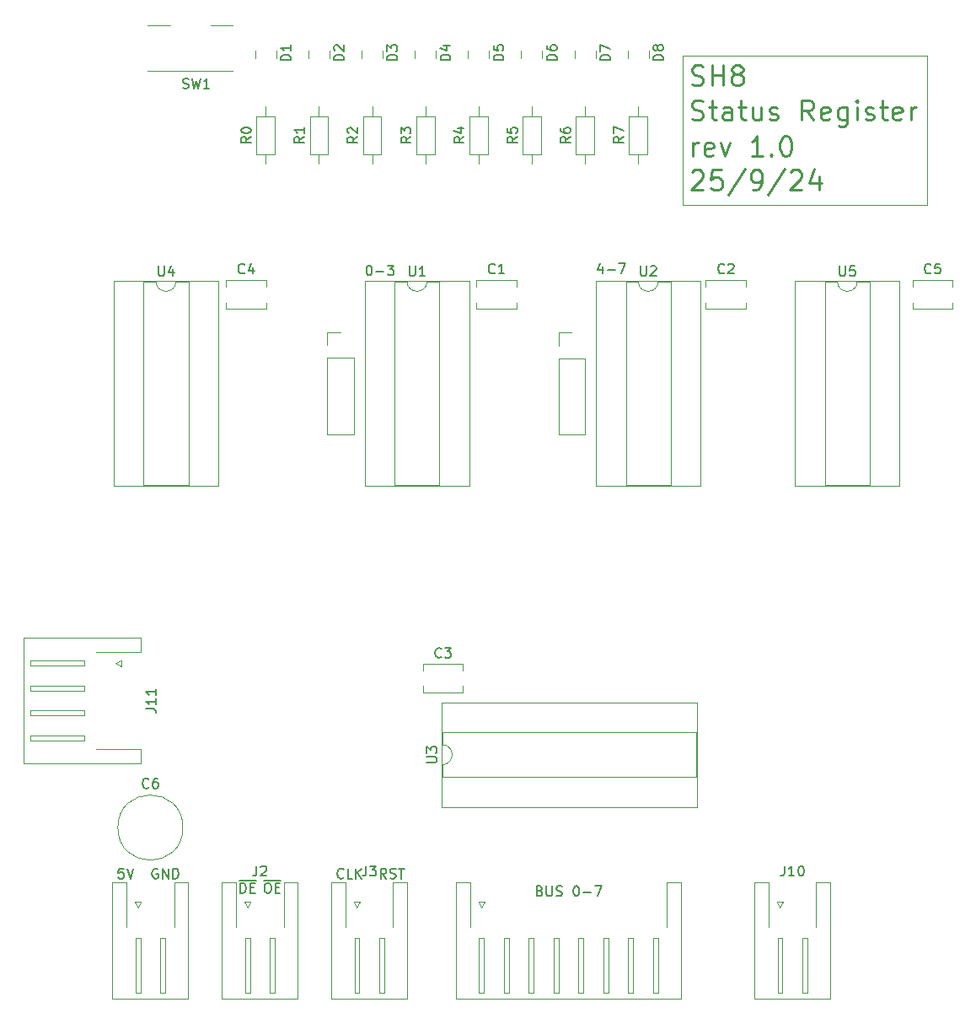
<source format=gbr>
%TF.GenerationSoftware,KiCad,Pcbnew,8.0.5*%
%TF.CreationDate,2024-10-02T19:15:38+03:00*%
%TF.ProjectId,STATUS_Register,53544154-5553-45f5-9265-676973746572,rev?*%
%TF.SameCoordinates,Original*%
%TF.FileFunction,Legend,Top*%
%TF.FilePolarity,Positive*%
%FSLAX46Y46*%
G04 Gerber Fmt 4.6, Leading zero omitted, Abs format (unit mm)*
G04 Created by KiCad (PCBNEW 8.0.5) date 2024-10-02 19:15:38*
%MOMM*%
%LPD*%
G01*
G04 APERTURE LIST*
%ADD10C,0.100000*%
%ADD11C,0.250000*%
%ADD12C,0.200000*%
%ADD13C,0.150000*%
%ADD14C,0.120000*%
G04 APERTURE END LIST*
D10*
X191000000Y-70000000D02*
X166500000Y-70000000D01*
X166500000Y-55000000D01*
X191000000Y-55000000D01*
X191000000Y-70000000D01*
D11*
X167490663Y-65092238D02*
X167490663Y-63758904D01*
X167490663Y-64139857D02*
X167585901Y-63949380D01*
X167585901Y-63949380D02*
X167681139Y-63854142D01*
X167681139Y-63854142D02*
X167871615Y-63758904D01*
X167871615Y-63758904D02*
X168062092Y-63758904D01*
X169490663Y-64997000D02*
X169300187Y-65092238D01*
X169300187Y-65092238D02*
X168919234Y-65092238D01*
X168919234Y-65092238D02*
X168728758Y-64997000D01*
X168728758Y-64997000D02*
X168633520Y-64806523D01*
X168633520Y-64806523D02*
X168633520Y-64044619D01*
X168633520Y-64044619D02*
X168728758Y-63854142D01*
X168728758Y-63854142D02*
X168919234Y-63758904D01*
X168919234Y-63758904D02*
X169300187Y-63758904D01*
X169300187Y-63758904D02*
X169490663Y-63854142D01*
X169490663Y-63854142D02*
X169585901Y-64044619D01*
X169585901Y-64044619D02*
X169585901Y-64235095D01*
X169585901Y-64235095D02*
X168633520Y-64425571D01*
X170252568Y-63758904D02*
X170728758Y-65092238D01*
X170728758Y-65092238D02*
X171204949Y-63758904D01*
X174538283Y-65092238D02*
X173395426Y-65092238D01*
X173966854Y-65092238D02*
X173966854Y-63092238D01*
X173966854Y-63092238D02*
X173776378Y-63377952D01*
X173776378Y-63377952D02*
X173585902Y-63568428D01*
X173585902Y-63568428D02*
X173395426Y-63663666D01*
X175395426Y-64901761D02*
X175490664Y-64997000D01*
X175490664Y-64997000D02*
X175395426Y-65092238D01*
X175395426Y-65092238D02*
X175300188Y-64997000D01*
X175300188Y-64997000D02*
X175395426Y-64901761D01*
X175395426Y-64901761D02*
X175395426Y-65092238D01*
X176728759Y-63092238D02*
X176919236Y-63092238D01*
X176919236Y-63092238D02*
X177109712Y-63187476D01*
X177109712Y-63187476D02*
X177204950Y-63282714D01*
X177204950Y-63282714D02*
X177300188Y-63473190D01*
X177300188Y-63473190D02*
X177395426Y-63854142D01*
X177395426Y-63854142D02*
X177395426Y-64330333D01*
X177395426Y-64330333D02*
X177300188Y-64711285D01*
X177300188Y-64711285D02*
X177204950Y-64901761D01*
X177204950Y-64901761D02*
X177109712Y-64997000D01*
X177109712Y-64997000D02*
X176919236Y-65092238D01*
X176919236Y-65092238D02*
X176728759Y-65092238D01*
X176728759Y-65092238D02*
X176538283Y-64997000D01*
X176538283Y-64997000D02*
X176443045Y-64901761D01*
X176443045Y-64901761D02*
X176347807Y-64711285D01*
X176347807Y-64711285D02*
X176252569Y-64330333D01*
X176252569Y-64330333D02*
X176252569Y-63854142D01*
X176252569Y-63854142D02*
X176347807Y-63473190D01*
X176347807Y-63473190D02*
X176443045Y-63282714D01*
X176443045Y-63282714D02*
X176538283Y-63187476D01*
X176538283Y-63187476D02*
X176728759Y-63092238D01*
D12*
X134934136Y-76067219D02*
X135029374Y-76067219D01*
X135029374Y-76067219D02*
X135124612Y-76114838D01*
X135124612Y-76114838D02*
X135172231Y-76162457D01*
X135172231Y-76162457D02*
X135219850Y-76257695D01*
X135219850Y-76257695D02*
X135267469Y-76448171D01*
X135267469Y-76448171D02*
X135267469Y-76686266D01*
X135267469Y-76686266D02*
X135219850Y-76876742D01*
X135219850Y-76876742D02*
X135172231Y-76971980D01*
X135172231Y-76971980D02*
X135124612Y-77019600D01*
X135124612Y-77019600D02*
X135029374Y-77067219D01*
X135029374Y-77067219D02*
X134934136Y-77067219D01*
X134934136Y-77067219D02*
X134838898Y-77019600D01*
X134838898Y-77019600D02*
X134791279Y-76971980D01*
X134791279Y-76971980D02*
X134743660Y-76876742D01*
X134743660Y-76876742D02*
X134696041Y-76686266D01*
X134696041Y-76686266D02*
X134696041Y-76448171D01*
X134696041Y-76448171D02*
X134743660Y-76257695D01*
X134743660Y-76257695D02*
X134791279Y-76162457D01*
X134791279Y-76162457D02*
X134838898Y-76114838D01*
X134838898Y-76114838D02*
X134934136Y-76067219D01*
X135696041Y-76686266D02*
X136457946Y-76686266D01*
X136838898Y-76067219D02*
X137457945Y-76067219D01*
X137457945Y-76067219D02*
X137124612Y-76448171D01*
X137124612Y-76448171D02*
X137267469Y-76448171D01*
X137267469Y-76448171D02*
X137362707Y-76495790D01*
X137362707Y-76495790D02*
X137410326Y-76543409D01*
X137410326Y-76543409D02*
X137457945Y-76638647D01*
X137457945Y-76638647D02*
X137457945Y-76876742D01*
X137457945Y-76876742D02*
X137410326Y-76971980D01*
X137410326Y-76971980D02*
X137362707Y-77019600D01*
X137362707Y-77019600D02*
X137267469Y-77067219D01*
X137267469Y-77067219D02*
X136981755Y-77067219D01*
X136981755Y-77067219D02*
X136886517Y-77019600D01*
X136886517Y-77019600D02*
X136838898Y-76971980D01*
X132404761Y-137521980D02*
X132357142Y-137569600D01*
X132357142Y-137569600D02*
X132214285Y-137617219D01*
X132214285Y-137617219D02*
X132119047Y-137617219D01*
X132119047Y-137617219D02*
X131976190Y-137569600D01*
X131976190Y-137569600D02*
X131880952Y-137474361D01*
X131880952Y-137474361D02*
X131833333Y-137379123D01*
X131833333Y-137379123D02*
X131785714Y-137188647D01*
X131785714Y-137188647D02*
X131785714Y-137045790D01*
X131785714Y-137045790D02*
X131833333Y-136855314D01*
X131833333Y-136855314D02*
X131880952Y-136760076D01*
X131880952Y-136760076D02*
X131976190Y-136664838D01*
X131976190Y-136664838D02*
X132119047Y-136617219D01*
X132119047Y-136617219D02*
X132214285Y-136617219D01*
X132214285Y-136617219D02*
X132357142Y-136664838D01*
X132357142Y-136664838D02*
X132404761Y-136712457D01*
X133309523Y-137617219D02*
X132833333Y-137617219D01*
X132833333Y-137617219D02*
X132833333Y-136617219D01*
X133642857Y-137617219D02*
X133642857Y-136617219D01*
X134214285Y-137617219D02*
X133785714Y-137045790D01*
X134214285Y-136617219D02*
X133642857Y-137188647D01*
X122035714Y-139067219D02*
X122035714Y-138067219D01*
X122035714Y-138067219D02*
X122273809Y-138067219D01*
X122273809Y-138067219D02*
X122416666Y-138114838D01*
X122416666Y-138114838D02*
X122511904Y-138210076D01*
X122511904Y-138210076D02*
X122559523Y-138305314D01*
X122559523Y-138305314D02*
X122607142Y-138495790D01*
X122607142Y-138495790D02*
X122607142Y-138638647D01*
X122607142Y-138638647D02*
X122559523Y-138829123D01*
X122559523Y-138829123D02*
X122511904Y-138924361D01*
X122511904Y-138924361D02*
X122416666Y-139019600D01*
X122416666Y-139019600D02*
X122273809Y-139067219D01*
X122273809Y-139067219D02*
X122035714Y-139067219D01*
X123035714Y-138543409D02*
X123369047Y-138543409D01*
X123511904Y-139067219D02*
X123035714Y-139067219D01*
X123035714Y-139067219D02*
X123035714Y-138067219D01*
X123035714Y-138067219D02*
X123511904Y-138067219D01*
X121897619Y-137789600D02*
X123602381Y-137789600D01*
X124702381Y-138067219D02*
X124892857Y-138067219D01*
X124892857Y-138067219D02*
X124988095Y-138114838D01*
X124988095Y-138114838D02*
X125083333Y-138210076D01*
X125083333Y-138210076D02*
X125130952Y-138400552D01*
X125130952Y-138400552D02*
X125130952Y-138733885D01*
X125130952Y-138733885D02*
X125083333Y-138924361D01*
X125083333Y-138924361D02*
X124988095Y-139019600D01*
X124988095Y-139019600D02*
X124892857Y-139067219D01*
X124892857Y-139067219D02*
X124702381Y-139067219D01*
X124702381Y-139067219D02*
X124607143Y-139019600D01*
X124607143Y-139019600D02*
X124511905Y-138924361D01*
X124511905Y-138924361D02*
X124464286Y-138733885D01*
X124464286Y-138733885D02*
X124464286Y-138400552D01*
X124464286Y-138400552D02*
X124511905Y-138210076D01*
X124511905Y-138210076D02*
X124607143Y-138114838D01*
X124607143Y-138114838D02*
X124702381Y-138067219D01*
X125559524Y-138543409D02*
X125892857Y-138543409D01*
X126035714Y-139067219D02*
X125559524Y-139067219D01*
X125559524Y-139067219D02*
X125559524Y-138067219D01*
X125559524Y-138067219D02*
X126035714Y-138067219D01*
X124373810Y-137789600D02*
X126126191Y-137789600D01*
X158392231Y-76200552D02*
X158392231Y-76867219D01*
X158154136Y-75819600D02*
X157916041Y-76533885D01*
X157916041Y-76533885D02*
X158535088Y-76533885D01*
X158916041Y-76486266D02*
X159677946Y-76486266D01*
X160058898Y-75867219D02*
X160725564Y-75867219D01*
X160725564Y-75867219D02*
X160296993Y-76867219D01*
D11*
X167395425Y-66682714D02*
X167490663Y-66587476D01*
X167490663Y-66587476D02*
X167681139Y-66492238D01*
X167681139Y-66492238D02*
X168157330Y-66492238D01*
X168157330Y-66492238D02*
X168347806Y-66587476D01*
X168347806Y-66587476D02*
X168443044Y-66682714D01*
X168443044Y-66682714D02*
X168538282Y-66873190D01*
X168538282Y-66873190D02*
X168538282Y-67063666D01*
X168538282Y-67063666D02*
X168443044Y-67349380D01*
X168443044Y-67349380D02*
X167300187Y-68492238D01*
X167300187Y-68492238D02*
X168538282Y-68492238D01*
X170347806Y-66492238D02*
X169395425Y-66492238D01*
X169395425Y-66492238D02*
X169300187Y-67444619D01*
X169300187Y-67444619D02*
X169395425Y-67349380D01*
X169395425Y-67349380D02*
X169585901Y-67254142D01*
X169585901Y-67254142D02*
X170062092Y-67254142D01*
X170062092Y-67254142D02*
X170252568Y-67349380D01*
X170252568Y-67349380D02*
X170347806Y-67444619D01*
X170347806Y-67444619D02*
X170443044Y-67635095D01*
X170443044Y-67635095D02*
X170443044Y-68111285D01*
X170443044Y-68111285D02*
X170347806Y-68301761D01*
X170347806Y-68301761D02*
X170252568Y-68397000D01*
X170252568Y-68397000D02*
X170062092Y-68492238D01*
X170062092Y-68492238D02*
X169585901Y-68492238D01*
X169585901Y-68492238D02*
X169395425Y-68397000D01*
X169395425Y-68397000D02*
X169300187Y-68301761D01*
X172728758Y-66397000D02*
X171014473Y-68968428D01*
X173490663Y-68492238D02*
X173871615Y-68492238D01*
X173871615Y-68492238D02*
X174062092Y-68397000D01*
X174062092Y-68397000D02*
X174157330Y-68301761D01*
X174157330Y-68301761D02*
X174347806Y-68016047D01*
X174347806Y-68016047D02*
X174443044Y-67635095D01*
X174443044Y-67635095D02*
X174443044Y-66873190D01*
X174443044Y-66873190D02*
X174347806Y-66682714D01*
X174347806Y-66682714D02*
X174252568Y-66587476D01*
X174252568Y-66587476D02*
X174062092Y-66492238D01*
X174062092Y-66492238D02*
X173681139Y-66492238D01*
X173681139Y-66492238D02*
X173490663Y-66587476D01*
X173490663Y-66587476D02*
X173395425Y-66682714D01*
X173395425Y-66682714D02*
X173300187Y-66873190D01*
X173300187Y-66873190D02*
X173300187Y-67349380D01*
X173300187Y-67349380D02*
X173395425Y-67539857D01*
X173395425Y-67539857D02*
X173490663Y-67635095D01*
X173490663Y-67635095D02*
X173681139Y-67730333D01*
X173681139Y-67730333D02*
X174062092Y-67730333D01*
X174062092Y-67730333D02*
X174252568Y-67635095D01*
X174252568Y-67635095D02*
X174347806Y-67539857D01*
X174347806Y-67539857D02*
X174443044Y-67349380D01*
X176728758Y-66397000D02*
X175014473Y-68968428D01*
X177300187Y-66682714D02*
X177395425Y-66587476D01*
X177395425Y-66587476D02*
X177585901Y-66492238D01*
X177585901Y-66492238D02*
X178062092Y-66492238D01*
X178062092Y-66492238D02*
X178252568Y-66587476D01*
X178252568Y-66587476D02*
X178347806Y-66682714D01*
X178347806Y-66682714D02*
X178443044Y-66873190D01*
X178443044Y-66873190D02*
X178443044Y-67063666D01*
X178443044Y-67063666D02*
X178347806Y-67349380D01*
X178347806Y-67349380D02*
X177204949Y-68492238D01*
X177204949Y-68492238D02*
X178443044Y-68492238D01*
X180157330Y-67158904D02*
X180157330Y-68492238D01*
X179681139Y-66397000D02*
X179204949Y-67825571D01*
X179204949Y-67825571D02*
X180443044Y-67825571D01*
D12*
X110309523Y-136617219D02*
X109833333Y-136617219D01*
X109833333Y-136617219D02*
X109785714Y-137093409D01*
X109785714Y-137093409D02*
X109833333Y-137045790D01*
X109833333Y-137045790D02*
X109928571Y-136998171D01*
X109928571Y-136998171D02*
X110166666Y-136998171D01*
X110166666Y-136998171D02*
X110261904Y-137045790D01*
X110261904Y-137045790D02*
X110309523Y-137093409D01*
X110309523Y-137093409D02*
X110357142Y-137188647D01*
X110357142Y-137188647D02*
X110357142Y-137426742D01*
X110357142Y-137426742D02*
X110309523Y-137521980D01*
X110309523Y-137521980D02*
X110261904Y-137569600D01*
X110261904Y-137569600D02*
X110166666Y-137617219D01*
X110166666Y-137617219D02*
X109928571Y-137617219D01*
X109928571Y-137617219D02*
X109833333Y-137569600D01*
X109833333Y-137569600D02*
X109785714Y-137521980D01*
X110642857Y-136617219D02*
X110976190Y-137617219D01*
X110976190Y-137617219D02*
X111309523Y-136617219D01*
X113738095Y-136664838D02*
X113642857Y-136617219D01*
X113642857Y-136617219D02*
X113500000Y-136617219D01*
X113500000Y-136617219D02*
X113357143Y-136664838D01*
X113357143Y-136664838D02*
X113261905Y-136760076D01*
X113261905Y-136760076D02*
X113214286Y-136855314D01*
X113214286Y-136855314D02*
X113166667Y-137045790D01*
X113166667Y-137045790D02*
X113166667Y-137188647D01*
X113166667Y-137188647D02*
X113214286Y-137379123D01*
X113214286Y-137379123D02*
X113261905Y-137474361D01*
X113261905Y-137474361D02*
X113357143Y-137569600D01*
X113357143Y-137569600D02*
X113500000Y-137617219D01*
X113500000Y-137617219D02*
X113595238Y-137617219D01*
X113595238Y-137617219D02*
X113738095Y-137569600D01*
X113738095Y-137569600D02*
X113785714Y-137521980D01*
X113785714Y-137521980D02*
X113785714Y-137188647D01*
X113785714Y-137188647D02*
X113595238Y-137188647D01*
X114214286Y-137617219D02*
X114214286Y-136617219D01*
X114214286Y-136617219D02*
X114785714Y-137617219D01*
X114785714Y-137617219D02*
X114785714Y-136617219D01*
X115261905Y-137617219D02*
X115261905Y-136617219D01*
X115261905Y-136617219D02*
X115500000Y-136617219D01*
X115500000Y-136617219D02*
X115642857Y-136664838D01*
X115642857Y-136664838D02*
X115738095Y-136760076D01*
X115738095Y-136760076D02*
X115785714Y-136855314D01*
X115785714Y-136855314D02*
X115833333Y-137045790D01*
X115833333Y-137045790D02*
X115833333Y-137188647D01*
X115833333Y-137188647D02*
X115785714Y-137379123D01*
X115785714Y-137379123D02*
X115738095Y-137474361D01*
X115738095Y-137474361D02*
X115642857Y-137569600D01*
X115642857Y-137569600D02*
X115500000Y-137617219D01*
X115500000Y-137617219D02*
X115261905Y-137617219D01*
D11*
X167395425Y-57897000D02*
X167681139Y-57992238D01*
X167681139Y-57992238D02*
X168157330Y-57992238D01*
X168157330Y-57992238D02*
X168347806Y-57897000D01*
X168347806Y-57897000D02*
X168443044Y-57801761D01*
X168443044Y-57801761D02*
X168538282Y-57611285D01*
X168538282Y-57611285D02*
X168538282Y-57420809D01*
X168538282Y-57420809D02*
X168443044Y-57230333D01*
X168443044Y-57230333D02*
X168347806Y-57135095D01*
X168347806Y-57135095D02*
X168157330Y-57039857D01*
X168157330Y-57039857D02*
X167776377Y-56944619D01*
X167776377Y-56944619D02*
X167585901Y-56849380D01*
X167585901Y-56849380D02*
X167490663Y-56754142D01*
X167490663Y-56754142D02*
X167395425Y-56563666D01*
X167395425Y-56563666D02*
X167395425Y-56373190D01*
X167395425Y-56373190D02*
X167490663Y-56182714D01*
X167490663Y-56182714D02*
X167585901Y-56087476D01*
X167585901Y-56087476D02*
X167776377Y-55992238D01*
X167776377Y-55992238D02*
X168252568Y-55992238D01*
X168252568Y-55992238D02*
X168538282Y-56087476D01*
X169395425Y-57992238D02*
X169395425Y-55992238D01*
X169395425Y-56944619D02*
X170538282Y-56944619D01*
X170538282Y-57992238D02*
X170538282Y-55992238D01*
X171776377Y-56849380D02*
X171585901Y-56754142D01*
X171585901Y-56754142D02*
X171490663Y-56658904D01*
X171490663Y-56658904D02*
X171395425Y-56468428D01*
X171395425Y-56468428D02*
X171395425Y-56373190D01*
X171395425Y-56373190D02*
X171490663Y-56182714D01*
X171490663Y-56182714D02*
X171585901Y-56087476D01*
X171585901Y-56087476D02*
X171776377Y-55992238D01*
X171776377Y-55992238D02*
X172157330Y-55992238D01*
X172157330Y-55992238D02*
X172347806Y-56087476D01*
X172347806Y-56087476D02*
X172443044Y-56182714D01*
X172443044Y-56182714D02*
X172538282Y-56373190D01*
X172538282Y-56373190D02*
X172538282Y-56468428D01*
X172538282Y-56468428D02*
X172443044Y-56658904D01*
X172443044Y-56658904D02*
X172347806Y-56754142D01*
X172347806Y-56754142D02*
X172157330Y-56849380D01*
X172157330Y-56849380D02*
X171776377Y-56849380D01*
X171776377Y-56849380D02*
X171585901Y-56944619D01*
X171585901Y-56944619D02*
X171490663Y-57039857D01*
X171490663Y-57039857D02*
X171395425Y-57230333D01*
X171395425Y-57230333D02*
X171395425Y-57611285D01*
X171395425Y-57611285D02*
X171490663Y-57801761D01*
X171490663Y-57801761D02*
X171585901Y-57897000D01*
X171585901Y-57897000D02*
X171776377Y-57992238D01*
X171776377Y-57992238D02*
X172157330Y-57992238D01*
X172157330Y-57992238D02*
X172347806Y-57897000D01*
X172347806Y-57897000D02*
X172443044Y-57801761D01*
X172443044Y-57801761D02*
X172538282Y-57611285D01*
X172538282Y-57611285D02*
X172538282Y-57230333D01*
X172538282Y-57230333D02*
X172443044Y-57039857D01*
X172443044Y-57039857D02*
X172347806Y-56944619D01*
X172347806Y-56944619D02*
X172157330Y-56849380D01*
X167395425Y-61397000D02*
X167681139Y-61492238D01*
X167681139Y-61492238D02*
X168157330Y-61492238D01*
X168157330Y-61492238D02*
X168347806Y-61397000D01*
X168347806Y-61397000D02*
X168443044Y-61301761D01*
X168443044Y-61301761D02*
X168538282Y-61111285D01*
X168538282Y-61111285D02*
X168538282Y-60920809D01*
X168538282Y-60920809D02*
X168443044Y-60730333D01*
X168443044Y-60730333D02*
X168347806Y-60635095D01*
X168347806Y-60635095D02*
X168157330Y-60539857D01*
X168157330Y-60539857D02*
X167776377Y-60444619D01*
X167776377Y-60444619D02*
X167585901Y-60349380D01*
X167585901Y-60349380D02*
X167490663Y-60254142D01*
X167490663Y-60254142D02*
X167395425Y-60063666D01*
X167395425Y-60063666D02*
X167395425Y-59873190D01*
X167395425Y-59873190D02*
X167490663Y-59682714D01*
X167490663Y-59682714D02*
X167585901Y-59587476D01*
X167585901Y-59587476D02*
X167776377Y-59492238D01*
X167776377Y-59492238D02*
X168252568Y-59492238D01*
X168252568Y-59492238D02*
X168538282Y-59587476D01*
X169109711Y-60158904D02*
X169871615Y-60158904D01*
X169395425Y-59492238D02*
X169395425Y-61206523D01*
X169395425Y-61206523D02*
X169490663Y-61397000D01*
X169490663Y-61397000D02*
X169681139Y-61492238D01*
X169681139Y-61492238D02*
X169871615Y-61492238D01*
X171395425Y-61492238D02*
X171395425Y-60444619D01*
X171395425Y-60444619D02*
X171300187Y-60254142D01*
X171300187Y-60254142D02*
X171109711Y-60158904D01*
X171109711Y-60158904D02*
X170728758Y-60158904D01*
X170728758Y-60158904D02*
X170538282Y-60254142D01*
X171395425Y-61397000D02*
X171204949Y-61492238D01*
X171204949Y-61492238D02*
X170728758Y-61492238D01*
X170728758Y-61492238D02*
X170538282Y-61397000D01*
X170538282Y-61397000D02*
X170443044Y-61206523D01*
X170443044Y-61206523D02*
X170443044Y-61016047D01*
X170443044Y-61016047D02*
X170538282Y-60825571D01*
X170538282Y-60825571D02*
X170728758Y-60730333D01*
X170728758Y-60730333D02*
X171204949Y-60730333D01*
X171204949Y-60730333D02*
X171395425Y-60635095D01*
X172062092Y-60158904D02*
X172823996Y-60158904D01*
X172347806Y-59492238D02*
X172347806Y-61206523D01*
X172347806Y-61206523D02*
X172443044Y-61397000D01*
X172443044Y-61397000D02*
X172633520Y-61492238D01*
X172633520Y-61492238D02*
X172823996Y-61492238D01*
X174347806Y-60158904D02*
X174347806Y-61492238D01*
X173490663Y-60158904D02*
X173490663Y-61206523D01*
X173490663Y-61206523D02*
X173585901Y-61397000D01*
X173585901Y-61397000D02*
X173776377Y-61492238D01*
X173776377Y-61492238D02*
X174062092Y-61492238D01*
X174062092Y-61492238D02*
X174252568Y-61397000D01*
X174252568Y-61397000D02*
X174347806Y-61301761D01*
X175204949Y-61397000D02*
X175395425Y-61492238D01*
X175395425Y-61492238D02*
X175776377Y-61492238D01*
X175776377Y-61492238D02*
X175966854Y-61397000D01*
X175966854Y-61397000D02*
X176062092Y-61206523D01*
X176062092Y-61206523D02*
X176062092Y-61111285D01*
X176062092Y-61111285D02*
X175966854Y-60920809D01*
X175966854Y-60920809D02*
X175776377Y-60825571D01*
X175776377Y-60825571D02*
X175490663Y-60825571D01*
X175490663Y-60825571D02*
X175300187Y-60730333D01*
X175300187Y-60730333D02*
X175204949Y-60539857D01*
X175204949Y-60539857D02*
X175204949Y-60444619D01*
X175204949Y-60444619D02*
X175300187Y-60254142D01*
X175300187Y-60254142D02*
X175490663Y-60158904D01*
X175490663Y-60158904D02*
X175776377Y-60158904D01*
X175776377Y-60158904D02*
X175966854Y-60254142D01*
X179585902Y-61492238D02*
X178919235Y-60539857D01*
X178443045Y-61492238D02*
X178443045Y-59492238D01*
X178443045Y-59492238D02*
X179204950Y-59492238D01*
X179204950Y-59492238D02*
X179395426Y-59587476D01*
X179395426Y-59587476D02*
X179490664Y-59682714D01*
X179490664Y-59682714D02*
X179585902Y-59873190D01*
X179585902Y-59873190D02*
X179585902Y-60158904D01*
X179585902Y-60158904D02*
X179490664Y-60349380D01*
X179490664Y-60349380D02*
X179395426Y-60444619D01*
X179395426Y-60444619D02*
X179204950Y-60539857D01*
X179204950Y-60539857D02*
X178443045Y-60539857D01*
X181204950Y-61397000D02*
X181014474Y-61492238D01*
X181014474Y-61492238D02*
X180633521Y-61492238D01*
X180633521Y-61492238D02*
X180443045Y-61397000D01*
X180443045Y-61397000D02*
X180347807Y-61206523D01*
X180347807Y-61206523D02*
X180347807Y-60444619D01*
X180347807Y-60444619D02*
X180443045Y-60254142D01*
X180443045Y-60254142D02*
X180633521Y-60158904D01*
X180633521Y-60158904D02*
X181014474Y-60158904D01*
X181014474Y-60158904D02*
X181204950Y-60254142D01*
X181204950Y-60254142D02*
X181300188Y-60444619D01*
X181300188Y-60444619D02*
X181300188Y-60635095D01*
X181300188Y-60635095D02*
X180347807Y-60825571D01*
X183014474Y-60158904D02*
X183014474Y-61777952D01*
X183014474Y-61777952D02*
X182919236Y-61968428D01*
X182919236Y-61968428D02*
X182823998Y-62063666D01*
X182823998Y-62063666D02*
X182633521Y-62158904D01*
X182633521Y-62158904D02*
X182347807Y-62158904D01*
X182347807Y-62158904D02*
X182157331Y-62063666D01*
X183014474Y-61397000D02*
X182823998Y-61492238D01*
X182823998Y-61492238D02*
X182443045Y-61492238D01*
X182443045Y-61492238D02*
X182252569Y-61397000D01*
X182252569Y-61397000D02*
X182157331Y-61301761D01*
X182157331Y-61301761D02*
X182062093Y-61111285D01*
X182062093Y-61111285D02*
X182062093Y-60539857D01*
X182062093Y-60539857D02*
X182157331Y-60349380D01*
X182157331Y-60349380D02*
X182252569Y-60254142D01*
X182252569Y-60254142D02*
X182443045Y-60158904D01*
X182443045Y-60158904D02*
X182823998Y-60158904D01*
X182823998Y-60158904D02*
X183014474Y-60254142D01*
X183966855Y-61492238D02*
X183966855Y-60158904D01*
X183966855Y-59492238D02*
X183871617Y-59587476D01*
X183871617Y-59587476D02*
X183966855Y-59682714D01*
X183966855Y-59682714D02*
X184062093Y-59587476D01*
X184062093Y-59587476D02*
X183966855Y-59492238D01*
X183966855Y-59492238D02*
X183966855Y-59682714D01*
X184823998Y-61397000D02*
X185014474Y-61492238D01*
X185014474Y-61492238D02*
X185395426Y-61492238D01*
X185395426Y-61492238D02*
X185585903Y-61397000D01*
X185585903Y-61397000D02*
X185681141Y-61206523D01*
X185681141Y-61206523D02*
X185681141Y-61111285D01*
X185681141Y-61111285D02*
X185585903Y-60920809D01*
X185585903Y-60920809D02*
X185395426Y-60825571D01*
X185395426Y-60825571D02*
X185109712Y-60825571D01*
X185109712Y-60825571D02*
X184919236Y-60730333D01*
X184919236Y-60730333D02*
X184823998Y-60539857D01*
X184823998Y-60539857D02*
X184823998Y-60444619D01*
X184823998Y-60444619D02*
X184919236Y-60254142D01*
X184919236Y-60254142D02*
X185109712Y-60158904D01*
X185109712Y-60158904D02*
X185395426Y-60158904D01*
X185395426Y-60158904D02*
X185585903Y-60254142D01*
X186252570Y-60158904D02*
X187014474Y-60158904D01*
X186538284Y-59492238D02*
X186538284Y-61206523D01*
X186538284Y-61206523D02*
X186633522Y-61397000D01*
X186633522Y-61397000D02*
X186823998Y-61492238D01*
X186823998Y-61492238D02*
X187014474Y-61492238D01*
X188443046Y-61397000D02*
X188252570Y-61492238D01*
X188252570Y-61492238D02*
X187871617Y-61492238D01*
X187871617Y-61492238D02*
X187681141Y-61397000D01*
X187681141Y-61397000D02*
X187585903Y-61206523D01*
X187585903Y-61206523D02*
X187585903Y-60444619D01*
X187585903Y-60444619D02*
X187681141Y-60254142D01*
X187681141Y-60254142D02*
X187871617Y-60158904D01*
X187871617Y-60158904D02*
X188252570Y-60158904D01*
X188252570Y-60158904D02*
X188443046Y-60254142D01*
X188443046Y-60254142D02*
X188538284Y-60444619D01*
X188538284Y-60444619D02*
X188538284Y-60635095D01*
X188538284Y-60635095D02*
X187585903Y-60825571D01*
X189395427Y-61492238D02*
X189395427Y-60158904D01*
X189395427Y-60539857D02*
X189490665Y-60349380D01*
X189490665Y-60349380D02*
X189585903Y-60254142D01*
X189585903Y-60254142D02*
X189776379Y-60158904D01*
X189776379Y-60158904D02*
X189966856Y-60158904D01*
D12*
X136702380Y-137617219D02*
X136369047Y-137141028D01*
X136130952Y-137617219D02*
X136130952Y-136617219D01*
X136130952Y-136617219D02*
X136511904Y-136617219D01*
X136511904Y-136617219D02*
X136607142Y-136664838D01*
X136607142Y-136664838D02*
X136654761Y-136712457D01*
X136654761Y-136712457D02*
X136702380Y-136807695D01*
X136702380Y-136807695D02*
X136702380Y-136950552D01*
X136702380Y-136950552D02*
X136654761Y-137045790D01*
X136654761Y-137045790D02*
X136607142Y-137093409D01*
X136607142Y-137093409D02*
X136511904Y-137141028D01*
X136511904Y-137141028D02*
X136130952Y-137141028D01*
X137083333Y-137569600D02*
X137226190Y-137617219D01*
X137226190Y-137617219D02*
X137464285Y-137617219D01*
X137464285Y-137617219D02*
X137559523Y-137569600D01*
X137559523Y-137569600D02*
X137607142Y-137521980D01*
X137607142Y-137521980D02*
X137654761Y-137426742D01*
X137654761Y-137426742D02*
X137654761Y-137331504D01*
X137654761Y-137331504D02*
X137607142Y-137236266D01*
X137607142Y-137236266D02*
X137559523Y-137188647D01*
X137559523Y-137188647D02*
X137464285Y-137141028D01*
X137464285Y-137141028D02*
X137273809Y-137093409D01*
X137273809Y-137093409D02*
X137178571Y-137045790D01*
X137178571Y-137045790D02*
X137130952Y-136998171D01*
X137130952Y-136998171D02*
X137083333Y-136902933D01*
X137083333Y-136902933D02*
X137083333Y-136807695D01*
X137083333Y-136807695D02*
X137130952Y-136712457D01*
X137130952Y-136712457D02*
X137178571Y-136664838D01*
X137178571Y-136664838D02*
X137273809Y-136617219D01*
X137273809Y-136617219D02*
X137511904Y-136617219D01*
X137511904Y-136617219D02*
X137654761Y-136664838D01*
X137940476Y-136617219D02*
X138511904Y-136617219D01*
X138226190Y-137617219D02*
X138226190Y-136617219D01*
D13*
X122463333Y-76808705D02*
X122415714Y-76856325D01*
X122415714Y-76856325D02*
X122272857Y-76903944D01*
X122272857Y-76903944D02*
X122177619Y-76903944D01*
X122177619Y-76903944D02*
X122034762Y-76856325D01*
X122034762Y-76856325D02*
X121939524Y-76761086D01*
X121939524Y-76761086D02*
X121891905Y-76665848D01*
X121891905Y-76665848D02*
X121844286Y-76475372D01*
X121844286Y-76475372D02*
X121844286Y-76332515D01*
X121844286Y-76332515D02*
X121891905Y-76142039D01*
X121891905Y-76142039D02*
X121939524Y-76046801D01*
X121939524Y-76046801D02*
X122034762Y-75951563D01*
X122034762Y-75951563D02*
X122177619Y-75903944D01*
X122177619Y-75903944D02*
X122272857Y-75903944D01*
X122272857Y-75903944D02*
X122415714Y-75951563D01*
X122415714Y-75951563D02*
X122463333Y-75999182D01*
X123320476Y-76237277D02*
X123320476Y-76903944D01*
X123082381Y-75856325D02*
X122844286Y-76570610D01*
X122844286Y-76570610D02*
X123463333Y-76570610D01*
X144499819Y-63166666D02*
X144023628Y-63499999D01*
X144499819Y-63738094D02*
X143499819Y-63738094D01*
X143499819Y-63738094D02*
X143499819Y-63357142D01*
X143499819Y-63357142D02*
X143547438Y-63261904D01*
X143547438Y-63261904D02*
X143595057Y-63214285D01*
X143595057Y-63214285D02*
X143690295Y-63166666D01*
X143690295Y-63166666D02*
X143833152Y-63166666D01*
X143833152Y-63166666D02*
X143928390Y-63214285D01*
X143928390Y-63214285D02*
X143976009Y-63261904D01*
X143976009Y-63261904D02*
X144023628Y-63357142D01*
X144023628Y-63357142D02*
X144023628Y-63738094D01*
X143833152Y-62309523D02*
X144499819Y-62309523D01*
X143452200Y-62547618D02*
X144166485Y-62785713D01*
X144166485Y-62785713D02*
X144166485Y-62166666D01*
X123119819Y-63166666D02*
X122643628Y-63499999D01*
X123119819Y-63738094D02*
X122119819Y-63738094D01*
X122119819Y-63738094D02*
X122119819Y-63357142D01*
X122119819Y-63357142D02*
X122167438Y-63261904D01*
X122167438Y-63261904D02*
X122215057Y-63214285D01*
X122215057Y-63214285D02*
X122310295Y-63166666D01*
X122310295Y-63166666D02*
X122453152Y-63166666D01*
X122453152Y-63166666D02*
X122548390Y-63214285D01*
X122548390Y-63214285D02*
X122596009Y-63261904D01*
X122596009Y-63261904D02*
X122643628Y-63357142D01*
X122643628Y-63357142D02*
X122643628Y-63738094D01*
X122119819Y-62547618D02*
X122119819Y-62452380D01*
X122119819Y-62452380D02*
X122167438Y-62357142D01*
X122167438Y-62357142D02*
X122215057Y-62309523D01*
X122215057Y-62309523D02*
X122310295Y-62261904D01*
X122310295Y-62261904D02*
X122500771Y-62214285D01*
X122500771Y-62214285D02*
X122738866Y-62214285D01*
X122738866Y-62214285D02*
X122929342Y-62261904D01*
X122929342Y-62261904D02*
X123024580Y-62309523D01*
X123024580Y-62309523D02*
X123072200Y-62357142D01*
X123072200Y-62357142D02*
X123119819Y-62452380D01*
X123119819Y-62452380D02*
X123119819Y-62547618D01*
X123119819Y-62547618D02*
X123072200Y-62642856D01*
X123072200Y-62642856D02*
X123024580Y-62690475D01*
X123024580Y-62690475D02*
X122929342Y-62738094D01*
X122929342Y-62738094D02*
X122738866Y-62785713D01*
X122738866Y-62785713D02*
X122500771Y-62785713D01*
X122500771Y-62785713D02*
X122310295Y-62738094D01*
X122310295Y-62738094D02*
X122215057Y-62690475D01*
X122215057Y-62690475D02*
X122167438Y-62642856D01*
X122167438Y-62642856D02*
X122119819Y-62547618D01*
X123666666Y-136354819D02*
X123666666Y-137069104D01*
X123666666Y-137069104D02*
X123619047Y-137211961D01*
X123619047Y-137211961D02*
X123523809Y-137307200D01*
X123523809Y-137307200D02*
X123380952Y-137354819D01*
X123380952Y-137354819D02*
X123285714Y-137354819D01*
X124095238Y-136450057D02*
X124142857Y-136402438D01*
X124142857Y-136402438D02*
X124238095Y-136354819D01*
X124238095Y-136354819D02*
X124476190Y-136354819D01*
X124476190Y-136354819D02*
X124571428Y-136402438D01*
X124571428Y-136402438D02*
X124619047Y-136450057D01*
X124619047Y-136450057D02*
X124666666Y-136545295D01*
X124666666Y-136545295D02*
X124666666Y-136640533D01*
X124666666Y-136640533D02*
X124619047Y-136783390D01*
X124619047Y-136783390D02*
X124047619Y-137354819D01*
X124047619Y-137354819D02*
X124666666Y-137354819D01*
X147613333Y-76809580D02*
X147565714Y-76857200D01*
X147565714Y-76857200D02*
X147422857Y-76904819D01*
X147422857Y-76904819D02*
X147327619Y-76904819D01*
X147327619Y-76904819D02*
X147184762Y-76857200D01*
X147184762Y-76857200D02*
X147089524Y-76761961D01*
X147089524Y-76761961D02*
X147041905Y-76666723D01*
X147041905Y-76666723D02*
X146994286Y-76476247D01*
X146994286Y-76476247D02*
X146994286Y-76333390D01*
X146994286Y-76333390D02*
X147041905Y-76142914D01*
X147041905Y-76142914D02*
X147089524Y-76047676D01*
X147089524Y-76047676D02*
X147184762Y-75952438D01*
X147184762Y-75952438D02*
X147327619Y-75904819D01*
X147327619Y-75904819D02*
X147422857Y-75904819D01*
X147422857Y-75904819D02*
X147565714Y-75952438D01*
X147565714Y-75952438D02*
X147613333Y-76000057D01*
X148565714Y-76904819D02*
X147994286Y-76904819D01*
X148280000Y-76904819D02*
X148280000Y-75904819D01*
X148280000Y-75904819D02*
X148184762Y-76047676D01*
X148184762Y-76047676D02*
X148089524Y-76142914D01*
X148089524Y-76142914D02*
X147994286Y-76190533D01*
X127099819Y-55468094D02*
X126099819Y-55468094D01*
X126099819Y-55468094D02*
X126099819Y-55229999D01*
X126099819Y-55229999D02*
X126147438Y-55087142D01*
X126147438Y-55087142D02*
X126242676Y-54991904D01*
X126242676Y-54991904D02*
X126337914Y-54944285D01*
X126337914Y-54944285D02*
X126528390Y-54896666D01*
X126528390Y-54896666D02*
X126671247Y-54896666D01*
X126671247Y-54896666D02*
X126861723Y-54944285D01*
X126861723Y-54944285D02*
X126956961Y-54991904D01*
X126956961Y-54991904D02*
X127052200Y-55087142D01*
X127052200Y-55087142D02*
X127099819Y-55229999D01*
X127099819Y-55229999D02*
X127099819Y-55468094D01*
X127099819Y-53944285D02*
X127099819Y-54515713D01*
X127099819Y-54229999D02*
X126099819Y-54229999D01*
X126099819Y-54229999D02*
X126242676Y-54325237D01*
X126242676Y-54325237D02*
X126337914Y-54420475D01*
X126337914Y-54420475D02*
X126385533Y-54515713D01*
X182248095Y-76124819D02*
X182248095Y-76934342D01*
X182248095Y-76934342D02*
X182295714Y-77029580D01*
X182295714Y-77029580D02*
X182343333Y-77077200D01*
X182343333Y-77077200D02*
X182438571Y-77124819D01*
X182438571Y-77124819D02*
X182629047Y-77124819D01*
X182629047Y-77124819D02*
X182724285Y-77077200D01*
X182724285Y-77077200D02*
X182771904Y-77029580D01*
X182771904Y-77029580D02*
X182819523Y-76934342D01*
X182819523Y-76934342D02*
X182819523Y-76124819D01*
X183771904Y-76124819D02*
X183295714Y-76124819D01*
X183295714Y-76124819D02*
X183248095Y-76601009D01*
X183248095Y-76601009D02*
X183295714Y-76553390D01*
X183295714Y-76553390D02*
X183390952Y-76505771D01*
X183390952Y-76505771D02*
X183629047Y-76505771D01*
X183629047Y-76505771D02*
X183724285Y-76553390D01*
X183724285Y-76553390D02*
X183771904Y-76601009D01*
X183771904Y-76601009D02*
X183819523Y-76696247D01*
X183819523Y-76696247D02*
X183819523Y-76934342D01*
X183819523Y-76934342D02*
X183771904Y-77029580D01*
X183771904Y-77029580D02*
X183724285Y-77077200D01*
X183724285Y-77077200D02*
X183629047Y-77124819D01*
X183629047Y-77124819D02*
X183390952Y-77124819D01*
X183390952Y-77124819D02*
X183295714Y-77077200D01*
X183295714Y-77077200D02*
X183248095Y-77029580D01*
X128464819Y-63166666D02*
X127988628Y-63499999D01*
X128464819Y-63738094D02*
X127464819Y-63738094D01*
X127464819Y-63738094D02*
X127464819Y-63357142D01*
X127464819Y-63357142D02*
X127512438Y-63261904D01*
X127512438Y-63261904D02*
X127560057Y-63214285D01*
X127560057Y-63214285D02*
X127655295Y-63166666D01*
X127655295Y-63166666D02*
X127798152Y-63166666D01*
X127798152Y-63166666D02*
X127893390Y-63214285D01*
X127893390Y-63214285D02*
X127941009Y-63261904D01*
X127941009Y-63261904D02*
X127988628Y-63357142D01*
X127988628Y-63357142D02*
X127988628Y-63738094D01*
X128464819Y-62214285D02*
X128464819Y-62785713D01*
X128464819Y-62499999D02*
X127464819Y-62499999D01*
X127464819Y-62499999D02*
X127607676Y-62595237D01*
X127607676Y-62595237D02*
X127702914Y-62690475D01*
X127702914Y-62690475D02*
X127750533Y-62785713D01*
X170653333Y-76809580D02*
X170605714Y-76857200D01*
X170605714Y-76857200D02*
X170462857Y-76904819D01*
X170462857Y-76904819D02*
X170367619Y-76904819D01*
X170367619Y-76904819D02*
X170224762Y-76857200D01*
X170224762Y-76857200D02*
X170129524Y-76761961D01*
X170129524Y-76761961D02*
X170081905Y-76666723D01*
X170081905Y-76666723D02*
X170034286Y-76476247D01*
X170034286Y-76476247D02*
X170034286Y-76333390D01*
X170034286Y-76333390D02*
X170081905Y-76142914D01*
X170081905Y-76142914D02*
X170129524Y-76047676D01*
X170129524Y-76047676D02*
X170224762Y-75952438D01*
X170224762Y-75952438D02*
X170367619Y-75904819D01*
X170367619Y-75904819D02*
X170462857Y-75904819D01*
X170462857Y-75904819D02*
X170605714Y-75952438D01*
X170605714Y-75952438D02*
X170653333Y-76000057D01*
X171034286Y-76000057D02*
X171081905Y-75952438D01*
X171081905Y-75952438D02*
X171177143Y-75904819D01*
X171177143Y-75904819D02*
X171415238Y-75904819D01*
X171415238Y-75904819D02*
X171510476Y-75952438D01*
X171510476Y-75952438D02*
X171558095Y-76000057D01*
X171558095Y-76000057D02*
X171605714Y-76095295D01*
X171605714Y-76095295D02*
X171605714Y-76190533D01*
X171605714Y-76190533D02*
X171558095Y-76333390D01*
X171558095Y-76333390D02*
X170986667Y-76904819D01*
X170986667Y-76904819D02*
X171605714Y-76904819D01*
X137789819Y-55468094D02*
X136789819Y-55468094D01*
X136789819Y-55468094D02*
X136789819Y-55229999D01*
X136789819Y-55229999D02*
X136837438Y-55087142D01*
X136837438Y-55087142D02*
X136932676Y-54991904D01*
X136932676Y-54991904D02*
X137027914Y-54944285D01*
X137027914Y-54944285D02*
X137218390Y-54896666D01*
X137218390Y-54896666D02*
X137361247Y-54896666D01*
X137361247Y-54896666D02*
X137551723Y-54944285D01*
X137551723Y-54944285D02*
X137646961Y-54991904D01*
X137646961Y-54991904D02*
X137742200Y-55087142D01*
X137742200Y-55087142D02*
X137789819Y-55229999D01*
X137789819Y-55229999D02*
X137789819Y-55468094D01*
X136789819Y-54563332D02*
X136789819Y-53944285D01*
X136789819Y-53944285D02*
X137170771Y-54277618D01*
X137170771Y-54277618D02*
X137170771Y-54134761D01*
X137170771Y-54134761D02*
X137218390Y-54039523D01*
X137218390Y-54039523D02*
X137266009Y-53991904D01*
X137266009Y-53991904D02*
X137361247Y-53944285D01*
X137361247Y-53944285D02*
X137599342Y-53944285D01*
X137599342Y-53944285D02*
X137694580Y-53991904D01*
X137694580Y-53991904D02*
X137742200Y-54039523D01*
X137742200Y-54039523D02*
X137789819Y-54134761D01*
X137789819Y-54134761D02*
X137789819Y-54420475D01*
X137789819Y-54420475D02*
X137742200Y-54515713D01*
X137742200Y-54515713D02*
X137694580Y-54563332D01*
X143134819Y-55468094D02*
X142134819Y-55468094D01*
X142134819Y-55468094D02*
X142134819Y-55229999D01*
X142134819Y-55229999D02*
X142182438Y-55087142D01*
X142182438Y-55087142D02*
X142277676Y-54991904D01*
X142277676Y-54991904D02*
X142372914Y-54944285D01*
X142372914Y-54944285D02*
X142563390Y-54896666D01*
X142563390Y-54896666D02*
X142706247Y-54896666D01*
X142706247Y-54896666D02*
X142896723Y-54944285D01*
X142896723Y-54944285D02*
X142991961Y-54991904D01*
X142991961Y-54991904D02*
X143087200Y-55087142D01*
X143087200Y-55087142D02*
X143134819Y-55229999D01*
X143134819Y-55229999D02*
X143134819Y-55468094D01*
X142468152Y-54039523D02*
X143134819Y-54039523D01*
X142087200Y-54277618D02*
X142801485Y-54515713D01*
X142801485Y-54515713D02*
X142801485Y-53896666D01*
X153824819Y-55468094D02*
X152824819Y-55468094D01*
X152824819Y-55468094D02*
X152824819Y-55229999D01*
X152824819Y-55229999D02*
X152872438Y-55087142D01*
X152872438Y-55087142D02*
X152967676Y-54991904D01*
X152967676Y-54991904D02*
X153062914Y-54944285D01*
X153062914Y-54944285D02*
X153253390Y-54896666D01*
X153253390Y-54896666D02*
X153396247Y-54896666D01*
X153396247Y-54896666D02*
X153586723Y-54944285D01*
X153586723Y-54944285D02*
X153681961Y-54991904D01*
X153681961Y-54991904D02*
X153777200Y-55087142D01*
X153777200Y-55087142D02*
X153824819Y-55229999D01*
X153824819Y-55229999D02*
X153824819Y-55468094D01*
X152824819Y-54039523D02*
X152824819Y-54229999D01*
X152824819Y-54229999D02*
X152872438Y-54325237D01*
X152872438Y-54325237D02*
X152920057Y-54372856D01*
X152920057Y-54372856D02*
X153062914Y-54468094D01*
X153062914Y-54468094D02*
X153253390Y-54515713D01*
X153253390Y-54515713D02*
X153634342Y-54515713D01*
X153634342Y-54515713D02*
X153729580Y-54468094D01*
X153729580Y-54468094D02*
X153777200Y-54420475D01*
X153777200Y-54420475D02*
X153824819Y-54325237D01*
X153824819Y-54325237D02*
X153824819Y-54134761D01*
X153824819Y-54134761D02*
X153777200Y-54039523D01*
X153777200Y-54039523D02*
X153729580Y-53991904D01*
X153729580Y-53991904D02*
X153634342Y-53944285D01*
X153634342Y-53944285D02*
X153396247Y-53944285D01*
X153396247Y-53944285D02*
X153301009Y-53991904D01*
X153301009Y-53991904D02*
X153253390Y-54039523D01*
X153253390Y-54039523D02*
X153205771Y-54134761D01*
X153205771Y-54134761D02*
X153205771Y-54325237D01*
X153205771Y-54325237D02*
X153253390Y-54420475D01*
X153253390Y-54420475D02*
X153301009Y-54468094D01*
X153301009Y-54468094D02*
X153396247Y-54515713D01*
D12*
X152119047Y-138843409D02*
X152261904Y-138891028D01*
X152261904Y-138891028D02*
X152309523Y-138938647D01*
X152309523Y-138938647D02*
X152357142Y-139033885D01*
X152357142Y-139033885D02*
X152357142Y-139176742D01*
X152357142Y-139176742D02*
X152309523Y-139271980D01*
X152309523Y-139271980D02*
X152261904Y-139319600D01*
X152261904Y-139319600D02*
X152166666Y-139367219D01*
X152166666Y-139367219D02*
X151785714Y-139367219D01*
X151785714Y-139367219D02*
X151785714Y-138367219D01*
X151785714Y-138367219D02*
X152119047Y-138367219D01*
X152119047Y-138367219D02*
X152214285Y-138414838D01*
X152214285Y-138414838D02*
X152261904Y-138462457D01*
X152261904Y-138462457D02*
X152309523Y-138557695D01*
X152309523Y-138557695D02*
X152309523Y-138652933D01*
X152309523Y-138652933D02*
X152261904Y-138748171D01*
X152261904Y-138748171D02*
X152214285Y-138795790D01*
X152214285Y-138795790D02*
X152119047Y-138843409D01*
X152119047Y-138843409D02*
X151785714Y-138843409D01*
X152785714Y-138367219D02*
X152785714Y-139176742D01*
X152785714Y-139176742D02*
X152833333Y-139271980D01*
X152833333Y-139271980D02*
X152880952Y-139319600D01*
X152880952Y-139319600D02*
X152976190Y-139367219D01*
X152976190Y-139367219D02*
X153166666Y-139367219D01*
X153166666Y-139367219D02*
X153261904Y-139319600D01*
X153261904Y-139319600D02*
X153309523Y-139271980D01*
X153309523Y-139271980D02*
X153357142Y-139176742D01*
X153357142Y-139176742D02*
X153357142Y-138367219D01*
X153785714Y-139319600D02*
X153928571Y-139367219D01*
X153928571Y-139367219D02*
X154166666Y-139367219D01*
X154166666Y-139367219D02*
X154261904Y-139319600D01*
X154261904Y-139319600D02*
X154309523Y-139271980D01*
X154309523Y-139271980D02*
X154357142Y-139176742D01*
X154357142Y-139176742D02*
X154357142Y-139081504D01*
X154357142Y-139081504D02*
X154309523Y-138986266D01*
X154309523Y-138986266D02*
X154261904Y-138938647D01*
X154261904Y-138938647D02*
X154166666Y-138891028D01*
X154166666Y-138891028D02*
X153976190Y-138843409D01*
X153976190Y-138843409D02*
X153880952Y-138795790D01*
X153880952Y-138795790D02*
X153833333Y-138748171D01*
X153833333Y-138748171D02*
X153785714Y-138652933D01*
X153785714Y-138652933D02*
X153785714Y-138557695D01*
X153785714Y-138557695D02*
X153833333Y-138462457D01*
X153833333Y-138462457D02*
X153880952Y-138414838D01*
X153880952Y-138414838D02*
X153976190Y-138367219D01*
X153976190Y-138367219D02*
X154214285Y-138367219D01*
X154214285Y-138367219D02*
X154357142Y-138414838D01*
X155738095Y-138367219D02*
X155833333Y-138367219D01*
X155833333Y-138367219D02*
X155928571Y-138414838D01*
X155928571Y-138414838D02*
X155976190Y-138462457D01*
X155976190Y-138462457D02*
X156023809Y-138557695D01*
X156023809Y-138557695D02*
X156071428Y-138748171D01*
X156071428Y-138748171D02*
X156071428Y-138986266D01*
X156071428Y-138986266D02*
X156023809Y-139176742D01*
X156023809Y-139176742D02*
X155976190Y-139271980D01*
X155976190Y-139271980D02*
X155928571Y-139319600D01*
X155928571Y-139319600D02*
X155833333Y-139367219D01*
X155833333Y-139367219D02*
X155738095Y-139367219D01*
X155738095Y-139367219D02*
X155642857Y-139319600D01*
X155642857Y-139319600D02*
X155595238Y-139271980D01*
X155595238Y-139271980D02*
X155547619Y-139176742D01*
X155547619Y-139176742D02*
X155500000Y-138986266D01*
X155500000Y-138986266D02*
X155500000Y-138748171D01*
X155500000Y-138748171D02*
X155547619Y-138557695D01*
X155547619Y-138557695D02*
X155595238Y-138462457D01*
X155595238Y-138462457D02*
X155642857Y-138414838D01*
X155642857Y-138414838D02*
X155738095Y-138367219D01*
X156500000Y-138986266D02*
X157261905Y-138986266D01*
X157642857Y-138367219D02*
X158309523Y-138367219D01*
X158309523Y-138367219D02*
X157880952Y-139367219D01*
D13*
X139028095Y-76124819D02*
X139028095Y-76934342D01*
X139028095Y-76934342D02*
X139075714Y-77029580D01*
X139075714Y-77029580D02*
X139123333Y-77077200D01*
X139123333Y-77077200D02*
X139218571Y-77124819D01*
X139218571Y-77124819D02*
X139409047Y-77124819D01*
X139409047Y-77124819D02*
X139504285Y-77077200D01*
X139504285Y-77077200D02*
X139551904Y-77029580D01*
X139551904Y-77029580D02*
X139599523Y-76934342D01*
X139599523Y-76934342D02*
X139599523Y-76124819D01*
X140599523Y-77124819D02*
X140028095Y-77124819D01*
X140313809Y-77124819D02*
X140313809Y-76124819D01*
X140313809Y-76124819D02*
X140218571Y-76267676D01*
X140218571Y-76267676D02*
X140123333Y-76362914D01*
X140123333Y-76362914D02*
X140028095Y-76410533D01*
X155189819Y-63166666D02*
X154713628Y-63499999D01*
X155189819Y-63738094D02*
X154189819Y-63738094D01*
X154189819Y-63738094D02*
X154189819Y-63357142D01*
X154189819Y-63357142D02*
X154237438Y-63261904D01*
X154237438Y-63261904D02*
X154285057Y-63214285D01*
X154285057Y-63214285D02*
X154380295Y-63166666D01*
X154380295Y-63166666D02*
X154523152Y-63166666D01*
X154523152Y-63166666D02*
X154618390Y-63214285D01*
X154618390Y-63214285D02*
X154666009Y-63261904D01*
X154666009Y-63261904D02*
X154713628Y-63357142D01*
X154713628Y-63357142D02*
X154713628Y-63738094D01*
X154189819Y-62309523D02*
X154189819Y-62499999D01*
X154189819Y-62499999D02*
X154237438Y-62595237D01*
X154237438Y-62595237D02*
X154285057Y-62642856D01*
X154285057Y-62642856D02*
X154427914Y-62738094D01*
X154427914Y-62738094D02*
X154618390Y-62785713D01*
X154618390Y-62785713D02*
X154999342Y-62785713D01*
X154999342Y-62785713D02*
X155094580Y-62738094D01*
X155094580Y-62738094D02*
X155142200Y-62690475D01*
X155142200Y-62690475D02*
X155189819Y-62595237D01*
X155189819Y-62595237D02*
X155189819Y-62404761D01*
X155189819Y-62404761D02*
X155142200Y-62309523D01*
X155142200Y-62309523D02*
X155094580Y-62261904D01*
X155094580Y-62261904D02*
X154999342Y-62214285D01*
X154999342Y-62214285D02*
X154761247Y-62214285D01*
X154761247Y-62214285D02*
X154666009Y-62261904D01*
X154666009Y-62261904D02*
X154618390Y-62309523D01*
X154618390Y-62309523D02*
X154570771Y-62404761D01*
X154570771Y-62404761D02*
X154570771Y-62595237D01*
X154570771Y-62595237D02*
X154618390Y-62690475D01*
X154618390Y-62690475D02*
X154666009Y-62738094D01*
X154666009Y-62738094D02*
X154761247Y-62785713D01*
X112833333Y-128459580D02*
X112785714Y-128507200D01*
X112785714Y-128507200D02*
X112642857Y-128554819D01*
X112642857Y-128554819D02*
X112547619Y-128554819D01*
X112547619Y-128554819D02*
X112404762Y-128507200D01*
X112404762Y-128507200D02*
X112309524Y-128411961D01*
X112309524Y-128411961D02*
X112261905Y-128316723D01*
X112261905Y-128316723D02*
X112214286Y-128126247D01*
X112214286Y-128126247D02*
X112214286Y-127983390D01*
X112214286Y-127983390D02*
X112261905Y-127792914D01*
X112261905Y-127792914D02*
X112309524Y-127697676D01*
X112309524Y-127697676D02*
X112404762Y-127602438D01*
X112404762Y-127602438D02*
X112547619Y-127554819D01*
X112547619Y-127554819D02*
X112642857Y-127554819D01*
X112642857Y-127554819D02*
X112785714Y-127602438D01*
X112785714Y-127602438D02*
X112833333Y-127650057D01*
X113690476Y-127554819D02*
X113500000Y-127554819D01*
X113500000Y-127554819D02*
X113404762Y-127602438D01*
X113404762Y-127602438D02*
X113357143Y-127650057D01*
X113357143Y-127650057D02*
X113261905Y-127792914D01*
X113261905Y-127792914D02*
X113214286Y-127983390D01*
X113214286Y-127983390D02*
X113214286Y-128364342D01*
X113214286Y-128364342D02*
X113261905Y-128459580D01*
X113261905Y-128459580D02*
X113309524Y-128507200D01*
X113309524Y-128507200D02*
X113404762Y-128554819D01*
X113404762Y-128554819D02*
X113595238Y-128554819D01*
X113595238Y-128554819D02*
X113690476Y-128507200D01*
X113690476Y-128507200D02*
X113738095Y-128459580D01*
X113738095Y-128459580D02*
X113785714Y-128364342D01*
X113785714Y-128364342D02*
X113785714Y-128126247D01*
X113785714Y-128126247D02*
X113738095Y-128031009D01*
X113738095Y-128031009D02*
X113690476Y-127983390D01*
X113690476Y-127983390D02*
X113595238Y-127935771D01*
X113595238Y-127935771D02*
X113404762Y-127935771D01*
X113404762Y-127935771D02*
X113309524Y-127983390D01*
X113309524Y-127983390D02*
X113261905Y-128031009D01*
X113261905Y-128031009D02*
X113214286Y-128126247D01*
X162248095Y-76124819D02*
X162248095Y-76934342D01*
X162248095Y-76934342D02*
X162295714Y-77029580D01*
X162295714Y-77029580D02*
X162343333Y-77077200D01*
X162343333Y-77077200D02*
X162438571Y-77124819D01*
X162438571Y-77124819D02*
X162629047Y-77124819D01*
X162629047Y-77124819D02*
X162724285Y-77077200D01*
X162724285Y-77077200D02*
X162771904Y-77029580D01*
X162771904Y-77029580D02*
X162819523Y-76934342D01*
X162819523Y-76934342D02*
X162819523Y-76124819D01*
X163248095Y-76220057D02*
X163295714Y-76172438D01*
X163295714Y-76172438D02*
X163390952Y-76124819D01*
X163390952Y-76124819D02*
X163629047Y-76124819D01*
X163629047Y-76124819D02*
X163724285Y-76172438D01*
X163724285Y-76172438D02*
X163771904Y-76220057D01*
X163771904Y-76220057D02*
X163819523Y-76315295D01*
X163819523Y-76315295D02*
X163819523Y-76410533D01*
X163819523Y-76410533D02*
X163771904Y-76553390D01*
X163771904Y-76553390D02*
X163200476Y-77124819D01*
X163200476Y-77124819D02*
X163819523Y-77124819D01*
X176690476Y-136354819D02*
X176690476Y-137069104D01*
X176690476Y-137069104D02*
X176642857Y-137211961D01*
X176642857Y-137211961D02*
X176547619Y-137307200D01*
X176547619Y-137307200D02*
X176404762Y-137354819D01*
X176404762Y-137354819D02*
X176309524Y-137354819D01*
X177690476Y-137354819D02*
X177119048Y-137354819D01*
X177404762Y-137354819D02*
X177404762Y-136354819D01*
X177404762Y-136354819D02*
X177309524Y-136497676D01*
X177309524Y-136497676D02*
X177214286Y-136592914D01*
X177214286Y-136592914D02*
X177119048Y-136640533D01*
X178309524Y-136354819D02*
X178404762Y-136354819D01*
X178404762Y-136354819D02*
X178500000Y-136402438D01*
X178500000Y-136402438D02*
X178547619Y-136450057D01*
X178547619Y-136450057D02*
X178595238Y-136545295D01*
X178595238Y-136545295D02*
X178642857Y-136735771D01*
X178642857Y-136735771D02*
X178642857Y-136973866D01*
X178642857Y-136973866D02*
X178595238Y-137164342D01*
X178595238Y-137164342D02*
X178547619Y-137259580D01*
X178547619Y-137259580D02*
X178500000Y-137307200D01*
X178500000Y-137307200D02*
X178404762Y-137354819D01*
X178404762Y-137354819D02*
X178309524Y-137354819D01*
X178309524Y-137354819D02*
X178214286Y-137307200D01*
X178214286Y-137307200D02*
X178166667Y-137259580D01*
X178166667Y-137259580D02*
X178119048Y-137164342D01*
X178119048Y-137164342D02*
X178071429Y-136973866D01*
X178071429Y-136973866D02*
X178071429Y-136735771D01*
X178071429Y-136735771D02*
X178119048Y-136545295D01*
X178119048Y-136545295D02*
X178166667Y-136450057D01*
X178166667Y-136450057D02*
X178214286Y-136402438D01*
X178214286Y-136402438D02*
X178309524Y-136354819D01*
X159204819Y-55478094D02*
X158204819Y-55478094D01*
X158204819Y-55478094D02*
X158204819Y-55239999D01*
X158204819Y-55239999D02*
X158252438Y-55097142D01*
X158252438Y-55097142D02*
X158347676Y-55001904D01*
X158347676Y-55001904D02*
X158442914Y-54954285D01*
X158442914Y-54954285D02*
X158633390Y-54906666D01*
X158633390Y-54906666D02*
X158776247Y-54906666D01*
X158776247Y-54906666D02*
X158966723Y-54954285D01*
X158966723Y-54954285D02*
X159061961Y-55001904D01*
X159061961Y-55001904D02*
X159157200Y-55097142D01*
X159157200Y-55097142D02*
X159204819Y-55239999D01*
X159204819Y-55239999D02*
X159204819Y-55478094D01*
X158204819Y-54573332D02*
X158204819Y-53906666D01*
X158204819Y-53906666D02*
X159204819Y-54335237D01*
X160534819Y-63166666D02*
X160058628Y-63499999D01*
X160534819Y-63738094D02*
X159534819Y-63738094D01*
X159534819Y-63738094D02*
X159534819Y-63357142D01*
X159534819Y-63357142D02*
X159582438Y-63261904D01*
X159582438Y-63261904D02*
X159630057Y-63214285D01*
X159630057Y-63214285D02*
X159725295Y-63166666D01*
X159725295Y-63166666D02*
X159868152Y-63166666D01*
X159868152Y-63166666D02*
X159963390Y-63214285D01*
X159963390Y-63214285D02*
X160011009Y-63261904D01*
X160011009Y-63261904D02*
X160058628Y-63357142D01*
X160058628Y-63357142D02*
X160058628Y-63738094D01*
X159534819Y-62833332D02*
X159534819Y-62166666D01*
X159534819Y-62166666D02*
X160534819Y-62595237D01*
X139154819Y-63166666D02*
X138678628Y-63499999D01*
X139154819Y-63738094D02*
X138154819Y-63738094D01*
X138154819Y-63738094D02*
X138154819Y-63357142D01*
X138154819Y-63357142D02*
X138202438Y-63261904D01*
X138202438Y-63261904D02*
X138250057Y-63214285D01*
X138250057Y-63214285D02*
X138345295Y-63166666D01*
X138345295Y-63166666D02*
X138488152Y-63166666D01*
X138488152Y-63166666D02*
X138583390Y-63214285D01*
X138583390Y-63214285D02*
X138631009Y-63261904D01*
X138631009Y-63261904D02*
X138678628Y-63357142D01*
X138678628Y-63357142D02*
X138678628Y-63738094D01*
X138154819Y-62833332D02*
X138154819Y-62214285D01*
X138154819Y-62214285D02*
X138535771Y-62547618D01*
X138535771Y-62547618D02*
X138535771Y-62404761D01*
X138535771Y-62404761D02*
X138583390Y-62309523D01*
X138583390Y-62309523D02*
X138631009Y-62261904D01*
X138631009Y-62261904D02*
X138726247Y-62214285D01*
X138726247Y-62214285D02*
X138964342Y-62214285D01*
X138964342Y-62214285D02*
X139059580Y-62261904D01*
X139059580Y-62261904D02*
X139107200Y-62309523D01*
X139107200Y-62309523D02*
X139154819Y-62404761D01*
X139154819Y-62404761D02*
X139154819Y-62690475D01*
X139154819Y-62690475D02*
X139107200Y-62785713D01*
X139107200Y-62785713D02*
X139059580Y-62833332D01*
X164514819Y-55468094D02*
X163514819Y-55468094D01*
X163514819Y-55468094D02*
X163514819Y-55229999D01*
X163514819Y-55229999D02*
X163562438Y-55087142D01*
X163562438Y-55087142D02*
X163657676Y-54991904D01*
X163657676Y-54991904D02*
X163752914Y-54944285D01*
X163752914Y-54944285D02*
X163943390Y-54896666D01*
X163943390Y-54896666D02*
X164086247Y-54896666D01*
X164086247Y-54896666D02*
X164276723Y-54944285D01*
X164276723Y-54944285D02*
X164371961Y-54991904D01*
X164371961Y-54991904D02*
X164467200Y-55087142D01*
X164467200Y-55087142D02*
X164514819Y-55229999D01*
X164514819Y-55229999D02*
X164514819Y-55468094D01*
X163943390Y-54325237D02*
X163895771Y-54420475D01*
X163895771Y-54420475D02*
X163848152Y-54468094D01*
X163848152Y-54468094D02*
X163752914Y-54515713D01*
X163752914Y-54515713D02*
X163705295Y-54515713D01*
X163705295Y-54515713D02*
X163610057Y-54468094D01*
X163610057Y-54468094D02*
X163562438Y-54420475D01*
X163562438Y-54420475D02*
X163514819Y-54325237D01*
X163514819Y-54325237D02*
X163514819Y-54134761D01*
X163514819Y-54134761D02*
X163562438Y-54039523D01*
X163562438Y-54039523D02*
X163610057Y-53991904D01*
X163610057Y-53991904D02*
X163705295Y-53944285D01*
X163705295Y-53944285D02*
X163752914Y-53944285D01*
X163752914Y-53944285D02*
X163848152Y-53991904D01*
X163848152Y-53991904D02*
X163895771Y-54039523D01*
X163895771Y-54039523D02*
X163943390Y-54134761D01*
X163943390Y-54134761D02*
X163943390Y-54325237D01*
X163943390Y-54325237D02*
X163991009Y-54420475D01*
X163991009Y-54420475D02*
X164038628Y-54468094D01*
X164038628Y-54468094D02*
X164133866Y-54515713D01*
X164133866Y-54515713D02*
X164324342Y-54515713D01*
X164324342Y-54515713D02*
X164419580Y-54468094D01*
X164419580Y-54468094D02*
X164467200Y-54420475D01*
X164467200Y-54420475D02*
X164514819Y-54325237D01*
X164514819Y-54325237D02*
X164514819Y-54134761D01*
X164514819Y-54134761D02*
X164467200Y-54039523D01*
X164467200Y-54039523D02*
X164419580Y-53991904D01*
X164419580Y-53991904D02*
X164324342Y-53944285D01*
X164324342Y-53944285D02*
X164133866Y-53944285D01*
X164133866Y-53944285D02*
X164038628Y-53991904D01*
X164038628Y-53991904D02*
X163991009Y-54039523D01*
X163991009Y-54039523D02*
X163943390Y-54134761D01*
X140764819Y-125951904D02*
X141574342Y-125951904D01*
X141574342Y-125951904D02*
X141669580Y-125904285D01*
X141669580Y-125904285D02*
X141717200Y-125856666D01*
X141717200Y-125856666D02*
X141764819Y-125761428D01*
X141764819Y-125761428D02*
X141764819Y-125570952D01*
X141764819Y-125570952D02*
X141717200Y-125475714D01*
X141717200Y-125475714D02*
X141669580Y-125428095D01*
X141669580Y-125428095D02*
X141574342Y-125380476D01*
X141574342Y-125380476D02*
X140764819Y-125380476D01*
X140764819Y-124999523D02*
X140764819Y-124380476D01*
X140764819Y-124380476D02*
X141145771Y-124713809D01*
X141145771Y-124713809D02*
X141145771Y-124570952D01*
X141145771Y-124570952D02*
X141193390Y-124475714D01*
X141193390Y-124475714D02*
X141241009Y-124428095D01*
X141241009Y-124428095D02*
X141336247Y-124380476D01*
X141336247Y-124380476D02*
X141574342Y-124380476D01*
X141574342Y-124380476D02*
X141669580Y-124428095D01*
X141669580Y-124428095D02*
X141717200Y-124475714D01*
X141717200Y-124475714D02*
X141764819Y-124570952D01*
X141764819Y-124570952D02*
X141764819Y-124856666D01*
X141764819Y-124856666D02*
X141717200Y-124951904D01*
X141717200Y-124951904D02*
X141669580Y-124999523D01*
X142223333Y-115359580D02*
X142175714Y-115407200D01*
X142175714Y-115407200D02*
X142032857Y-115454819D01*
X142032857Y-115454819D02*
X141937619Y-115454819D01*
X141937619Y-115454819D02*
X141794762Y-115407200D01*
X141794762Y-115407200D02*
X141699524Y-115311961D01*
X141699524Y-115311961D02*
X141651905Y-115216723D01*
X141651905Y-115216723D02*
X141604286Y-115026247D01*
X141604286Y-115026247D02*
X141604286Y-114883390D01*
X141604286Y-114883390D02*
X141651905Y-114692914D01*
X141651905Y-114692914D02*
X141699524Y-114597676D01*
X141699524Y-114597676D02*
X141794762Y-114502438D01*
X141794762Y-114502438D02*
X141937619Y-114454819D01*
X141937619Y-114454819D02*
X142032857Y-114454819D01*
X142032857Y-114454819D02*
X142175714Y-114502438D01*
X142175714Y-114502438D02*
X142223333Y-114550057D01*
X142556667Y-114454819D02*
X143175714Y-114454819D01*
X143175714Y-114454819D02*
X142842381Y-114835771D01*
X142842381Y-114835771D02*
X142985238Y-114835771D01*
X142985238Y-114835771D02*
X143080476Y-114883390D01*
X143080476Y-114883390D02*
X143128095Y-114931009D01*
X143128095Y-114931009D02*
X143175714Y-115026247D01*
X143175714Y-115026247D02*
X143175714Y-115264342D01*
X143175714Y-115264342D02*
X143128095Y-115359580D01*
X143128095Y-115359580D02*
X143080476Y-115407200D01*
X143080476Y-115407200D02*
X142985238Y-115454819D01*
X142985238Y-115454819D02*
X142699524Y-115454819D01*
X142699524Y-115454819D02*
X142604286Y-115407200D01*
X142604286Y-115407200D02*
X142556667Y-115359580D01*
X134666666Y-136354819D02*
X134666666Y-137069104D01*
X134666666Y-137069104D02*
X134619047Y-137211961D01*
X134619047Y-137211961D02*
X134523809Y-137307200D01*
X134523809Y-137307200D02*
X134380952Y-137354819D01*
X134380952Y-137354819D02*
X134285714Y-137354819D01*
X135047619Y-136354819D02*
X135666666Y-136354819D01*
X135666666Y-136354819D02*
X135333333Y-136735771D01*
X135333333Y-136735771D02*
X135476190Y-136735771D01*
X135476190Y-136735771D02*
X135571428Y-136783390D01*
X135571428Y-136783390D02*
X135619047Y-136831009D01*
X135619047Y-136831009D02*
X135666666Y-136926247D01*
X135666666Y-136926247D02*
X135666666Y-137164342D01*
X135666666Y-137164342D02*
X135619047Y-137259580D01*
X135619047Y-137259580D02*
X135571428Y-137307200D01*
X135571428Y-137307200D02*
X135476190Y-137354819D01*
X135476190Y-137354819D02*
X135190476Y-137354819D01*
X135190476Y-137354819D02*
X135095238Y-137307200D01*
X135095238Y-137307200D02*
X135047619Y-137259580D01*
X132444819Y-55468094D02*
X131444819Y-55468094D01*
X131444819Y-55468094D02*
X131444819Y-55229999D01*
X131444819Y-55229999D02*
X131492438Y-55087142D01*
X131492438Y-55087142D02*
X131587676Y-54991904D01*
X131587676Y-54991904D02*
X131682914Y-54944285D01*
X131682914Y-54944285D02*
X131873390Y-54896666D01*
X131873390Y-54896666D02*
X132016247Y-54896666D01*
X132016247Y-54896666D02*
X132206723Y-54944285D01*
X132206723Y-54944285D02*
X132301961Y-54991904D01*
X132301961Y-54991904D02*
X132397200Y-55087142D01*
X132397200Y-55087142D02*
X132444819Y-55229999D01*
X132444819Y-55229999D02*
X132444819Y-55468094D01*
X131540057Y-54515713D02*
X131492438Y-54468094D01*
X131492438Y-54468094D02*
X131444819Y-54372856D01*
X131444819Y-54372856D02*
X131444819Y-54134761D01*
X131444819Y-54134761D02*
X131492438Y-54039523D01*
X131492438Y-54039523D02*
X131540057Y-53991904D01*
X131540057Y-53991904D02*
X131635295Y-53944285D01*
X131635295Y-53944285D02*
X131730533Y-53944285D01*
X131730533Y-53944285D02*
X131873390Y-53991904D01*
X131873390Y-53991904D02*
X132444819Y-54563332D01*
X132444819Y-54563332D02*
X132444819Y-53944285D01*
X191403333Y-76809580D02*
X191355714Y-76857200D01*
X191355714Y-76857200D02*
X191212857Y-76904819D01*
X191212857Y-76904819D02*
X191117619Y-76904819D01*
X191117619Y-76904819D02*
X190974762Y-76857200D01*
X190974762Y-76857200D02*
X190879524Y-76761961D01*
X190879524Y-76761961D02*
X190831905Y-76666723D01*
X190831905Y-76666723D02*
X190784286Y-76476247D01*
X190784286Y-76476247D02*
X190784286Y-76333390D01*
X190784286Y-76333390D02*
X190831905Y-76142914D01*
X190831905Y-76142914D02*
X190879524Y-76047676D01*
X190879524Y-76047676D02*
X190974762Y-75952438D01*
X190974762Y-75952438D02*
X191117619Y-75904819D01*
X191117619Y-75904819D02*
X191212857Y-75904819D01*
X191212857Y-75904819D02*
X191355714Y-75952438D01*
X191355714Y-75952438D02*
X191403333Y-76000057D01*
X192308095Y-75904819D02*
X191831905Y-75904819D01*
X191831905Y-75904819D02*
X191784286Y-76381009D01*
X191784286Y-76381009D02*
X191831905Y-76333390D01*
X191831905Y-76333390D02*
X191927143Y-76285771D01*
X191927143Y-76285771D02*
X192165238Y-76285771D01*
X192165238Y-76285771D02*
X192260476Y-76333390D01*
X192260476Y-76333390D02*
X192308095Y-76381009D01*
X192308095Y-76381009D02*
X192355714Y-76476247D01*
X192355714Y-76476247D02*
X192355714Y-76714342D01*
X192355714Y-76714342D02*
X192308095Y-76809580D01*
X192308095Y-76809580D02*
X192260476Y-76857200D01*
X192260476Y-76857200D02*
X192165238Y-76904819D01*
X192165238Y-76904819D02*
X191927143Y-76904819D01*
X191927143Y-76904819D02*
X191831905Y-76857200D01*
X191831905Y-76857200D02*
X191784286Y-76809580D01*
X148479819Y-55468094D02*
X147479819Y-55468094D01*
X147479819Y-55468094D02*
X147479819Y-55229999D01*
X147479819Y-55229999D02*
X147527438Y-55087142D01*
X147527438Y-55087142D02*
X147622676Y-54991904D01*
X147622676Y-54991904D02*
X147717914Y-54944285D01*
X147717914Y-54944285D02*
X147908390Y-54896666D01*
X147908390Y-54896666D02*
X148051247Y-54896666D01*
X148051247Y-54896666D02*
X148241723Y-54944285D01*
X148241723Y-54944285D02*
X148336961Y-54991904D01*
X148336961Y-54991904D02*
X148432200Y-55087142D01*
X148432200Y-55087142D02*
X148479819Y-55229999D01*
X148479819Y-55229999D02*
X148479819Y-55468094D01*
X147479819Y-53991904D02*
X147479819Y-54468094D01*
X147479819Y-54468094D02*
X147956009Y-54515713D01*
X147956009Y-54515713D02*
X147908390Y-54468094D01*
X147908390Y-54468094D02*
X147860771Y-54372856D01*
X147860771Y-54372856D02*
X147860771Y-54134761D01*
X147860771Y-54134761D02*
X147908390Y-54039523D01*
X147908390Y-54039523D02*
X147956009Y-53991904D01*
X147956009Y-53991904D02*
X148051247Y-53944285D01*
X148051247Y-53944285D02*
X148289342Y-53944285D01*
X148289342Y-53944285D02*
X148384580Y-53991904D01*
X148384580Y-53991904D02*
X148432200Y-54039523D01*
X148432200Y-54039523D02*
X148479819Y-54134761D01*
X148479819Y-54134761D02*
X148479819Y-54372856D01*
X148479819Y-54372856D02*
X148432200Y-54468094D01*
X148432200Y-54468094D02*
X148384580Y-54515713D01*
X149844819Y-63166666D02*
X149368628Y-63499999D01*
X149844819Y-63738094D02*
X148844819Y-63738094D01*
X148844819Y-63738094D02*
X148844819Y-63357142D01*
X148844819Y-63357142D02*
X148892438Y-63261904D01*
X148892438Y-63261904D02*
X148940057Y-63214285D01*
X148940057Y-63214285D02*
X149035295Y-63166666D01*
X149035295Y-63166666D02*
X149178152Y-63166666D01*
X149178152Y-63166666D02*
X149273390Y-63214285D01*
X149273390Y-63214285D02*
X149321009Y-63261904D01*
X149321009Y-63261904D02*
X149368628Y-63357142D01*
X149368628Y-63357142D02*
X149368628Y-63738094D01*
X148844819Y-62261904D02*
X148844819Y-62738094D01*
X148844819Y-62738094D02*
X149321009Y-62785713D01*
X149321009Y-62785713D02*
X149273390Y-62738094D01*
X149273390Y-62738094D02*
X149225771Y-62642856D01*
X149225771Y-62642856D02*
X149225771Y-62404761D01*
X149225771Y-62404761D02*
X149273390Y-62309523D01*
X149273390Y-62309523D02*
X149321009Y-62261904D01*
X149321009Y-62261904D02*
X149416247Y-62214285D01*
X149416247Y-62214285D02*
X149654342Y-62214285D01*
X149654342Y-62214285D02*
X149749580Y-62261904D01*
X149749580Y-62261904D02*
X149797200Y-62309523D01*
X149797200Y-62309523D02*
X149844819Y-62404761D01*
X149844819Y-62404761D02*
X149844819Y-62642856D01*
X149844819Y-62642856D02*
X149797200Y-62738094D01*
X149797200Y-62738094D02*
X149749580Y-62785713D01*
X116251667Y-58257200D02*
X116394524Y-58304819D01*
X116394524Y-58304819D02*
X116632619Y-58304819D01*
X116632619Y-58304819D02*
X116727857Y-58257200D01*
X116727857Y-58257200D02*
X116775476Y-58209580D01*
X116775476Y-58209580D02*
X116823095Y-58114342D01*
X116823095Y-58114342D02*
X116823095Y-58019104D01*
X116823095Y-58019104D02*
X116775476Y-57923866D01*
X116775476Y-57923866D02*
X116727857Y-57876247D01*
X116727857Y-57876247D02*
X116632619Y-57828628D01*
X116632619Y-57828628D02*
X116442143Y-57781009D01*
X116442143Y-57781009D02*
X116346905Y-57733390D01*
X116346905Y-57733390D02*
X116299286Y-57685771D01*
X116299286Y-57685771D02*
X116251667Y-57590533D01*
X116251667Y-57590533D02*
X116251667Y-57495295D01*
X116251667Y-57495295D02*
X116299286Y-57400057D01*
X116299286Y-57400057D02*
X116346905Y-57352438D01*
X116346905Y-57352438D02*
X116442143Y-57304819D01*
X116442143Y-57304819D02*
X116680238Y-57304819D01*
X116680238Y-57304819D02*
X116823095Y-57352438D01*
X117156429Y-57304819D02*
X117394524Y-58304819D01*
X117394524Y-58304819D02*
X117585000Y-57590533D01*
X117585000Y-57590533D02*
X117775476Y-58304819D01*
X117775476Y-58304819D02*
X118013572Y-57304819D01*
X118918333Y-58304819D02*
X118346905Y-58304819D01*
X118632619Y-58304819D02*
X118632619Y-57304819D01*
X118632619Y-57304819D02*
X118537381Y-57447676D01*
X118537381Y-57447676D02*
X118442143Y-57542914D01*
X118442143Y-57542914D02*
X118346905Y-57590533D01*
X112554819Y-120559523D02*
X113269104Y-120559523D01*
X113269104Y-120559523D02*
X113411961Y-120607142D01*
X113411961Y-120607142D02*
X113507200Y-120702380D01*
X113507200Y-120702380D02*
X113554819Y-120845237D01*
X113554819Y-120845237D02*
X113554819Y-120940475D01*
X113554819Y-119559523D02*
X113554819Y-120130951D01*
X113554819Y-119845237D02*
X112554819Y-119845237D01*
X112554819Y-119845237D02*
X112697676Y-119940475D01*
X112697676Y-119940475D02*
X112792914Y-120035713D01*
X112792914Y-120035713D02*
X112840533Y-120130951D01*
X113554819Y-118607142D02*
X113554819Y-119178570D01*
X113554819Y-118892856D02*
X112554819Y-118892856D01*
X112554819Y-118892856D02*
X112697676Y-118988094D01*
X112697676Y-118988094D02*
X112792914Y-119083332D01*
X112792914Y-119083332D02*
X112840533Y-119178570D01*
X133809819Y-63166666D02*
X133333628Y-63499999D01*
X133809819Y-63738094D02*
X132809819Y-63738094D01*
X132809819Y-63738094D02*
X132809819Y-63357142D01*
X132809819Y-63357142D02*
X132857438Y-63261904D01*
X132857438Y-63261904D02*
X132905057Y-63214285D01*
X132905057Y-63214285D02*
X133000295Y-63166666D01*
X133000295Y-63166666D02*
X133143152Y-63166666D01*
X133143152Y-63166666D02*
X133238390Y-63214285D01*
X133238390Y-63214285D02*
X133286009Y-63261904D01*
X133286009Y-63261904D02*
X133333628Y-63357142D01*
X133333628Y-63357142D02*
X133333628Y-63738094D01*
X132905057Y-62785713D02*
X132857438Y-62738094D01*
X132857438Y-62738094D02*
X132809819Y-62642856D01*
X132809819Y-62642856D02*
X132809819Y-62404761D01*
X132809819Y-62404761D02*
X132857438Y-62309523D01*
X132857438Y-62309523D02*
X132905057Y-62261904D01*
X132905057Y-62261904D02*
X133000295Y-62214285D01*
X133000295Y-62214285D02*
X133095533Y-62214285D01*
X133095533Y-62214285D02*
X133238390Y-62261904D01*
X133238390Y-62261904D02*
X133809819Y-62833332D01*
X133809819Y-62833332D02*
X133809819Y-62214285D01*
X113808095Y-76123944D02*
X113808095Y-76933467D01*
X113808095Y-76933467D02*
X113855714Y-77028705D01*
X113855714Y-77028705D02*
X113903333Y-77076325D01*
X113903333Y-77076325D02*
X113998571Y-77123944D01*
X113998571Y-77123944D02*
X114189047Y-77123944D01*
X114189047Y-77123944D02*
X114284285Y-77076325D01*
X114284285Y-77076325D02*
X114331904Y-77028705D01*
X114331904Y-77028705D02*
X114379523Y-76933467D01*
X114379523Y-76933467D02*
X114379523Y-76123944D01*
X115284285Y-76457277D02*
X115284285Y-77123944D01*
X115046190Y-76076325D02*
X114808095Y-76790610D01*
X114808095Y-76790610D02*
X115427142Y-76790610D01*
D14*
%TO.C,C4*%
X120610000Y-77579125D02*
X120610000Y-78204125D01*
X120610000Y-77579125D02*
X124650000Y-77579125D01*
X120610000Y-79794125D02*
X120610000Y-80419125D01*
X120610000Y-80419125D02*
X124650000Y-80419125D01*
X124650000Y-77579125D02*
X124650000Y-78204125D01*
X124650000Y-79794125D02*
X124650000Y-80419125D01*
%TO.C,R4*%
X145045000Y-61080000D02*
X145045000Y-64920000D01*
X145045000Y-64920000D02*
X146885000Y-64920000D01*
X145965000Y-60130000D02*
X145965000Y-61080000D01*
X145965000Y-65870000D02*
X145965000Y-64920000D01*
X146885000Y-61080000D02*
X145045000Y-61080000D01*
X146885000Y-64920000D02*
X146885000Y-61080000D01*
%TO.C,R0*%
X123665000Y-61080000D02*
X123665000Y-64920000D01*
X123665000Y-64920000D02*
X125505000Y-64920000D01*
X124585000Y-60130000D02*
X124585000Y-61080000D01*
X124585000Y-65870000D02*
X124585000Y-64920000D01*
X125505000Y-61080000D02*
X123665000Y-61080000D01*
X125505000Y-64920000D02*
X125505000Y-61080000D01*
%TO.C,J2*%
X120190000Y-137990000D02*
X121610000Y-137990000D01*
X120190000Y-149710000D02*
X120190000Y-137990000D01*
X121610000Y-137990000D02*
X121610000Y-142490000D01*
X122450000Y-139900000D02*
X123050000Y-139900000D01*
X122500000Y-143600000D02*
X122500000Y-149100000D01*
X122500000Y-149100000D02*
X123000000Y-149100000D01*
X122750000Y-140500000D02*
X122450000Y-139900000D01*
X123000000Y-143600000D02*
X122500000Y-143600000D01*
X123000000Y-149100000D02*
X123000000Y-143600000D01*
X123050000Y-139900000D02*
X122750000Y-140500000D01*
X124000000Y-149710000D02*
X120190000Y-149710000D01*
X124000000Y-149710000D02*
X127810000Y-149710000D01*
X125000000Y-143600000D02*
X125000000Y-149100000D01*
X125000000Y-149100000D02*
X125500000Y-149100000D01*
X125500000Y-143600000D02*
X125000000Y-143600000D01*
X125500000Y-149100000D02*
X125500000Y-143600000D01*
X126390000Y-137990000D02*
X126390000Y-142490000D01*
X127810000Y-137990000D02*
X126390000Y-137990000D01*
X127810000Y-149710000D02*
X127810000Y-137990000D01*
%TO.C,C1*%
X145760000Y-77580000D02*
X145760000Y-78205000D01*
X145760000Y-77580000D02*
X149800000Y-77580000D01*
X145760000Y-79795000D02*
X145760000Y-80420000D01*
X145760000Y-80420000D02*
X149800000Y-80420000D01*
X149800000Y-77580000D02*
X149800000Y-78205000D01*
X149800000Y-79795000D02*
X149800000Y-80420000D01*
%TO.C,D1*%
X123525000Y-54540000D02*
X123525000Y-55271000D01*
X125645000Y-54540000D02*
X125645000Y-55271000D01*
%TO.C,U5*%
X177760000Y-77610000D02*
X177760000Y-98170000D01*
X177760000Y-98170000D02*
X188260000Y-98170000D01*
X180760000Y-77670000D02*
X180760000Y-98110000D01*
X180760000Y-98110000D02*
X185260000Y-98110000D01*
X182010000Y-77670000D02*
X180760000Y-77670000D01*
X185260000Y-77670000D02*
X184010000Y-77670000D01*
X185260000Y-98110000D02*
X185260000Y-77670000D01*
X188260000Y-77610000D02*
X177760000Y-77610000D01*
X188260000Y-98170000D02*
X188260000Y-77610000D01*
X184010000Y-77670000D02*
G75*
G02*
X182010000Y-77670000I-1000000J0D01*
G01*
%TO.C,R1*%
X129010000Y-61080000D02*
X129010000Y-64920000D01*
X129010000Y-64920000D02*
X130850000Y-64920000D01*
X129930000Y-60130000D02*
X129930000Y-61080000D01*
X129930000Y-65870000D02*
X129930000Y-64920000D01*
X130850000Y-61080000D02*
X129010000Y-61080000D01*
X130850000Y-64920000D02*
X130850000Y-61080000D01*
%TO.C,C2*%
X168800000Y-77580000D02*
X168800000Y-78205000D01*
X168800000Y-77580000D02*
X172840000Y-77580000D01*
X168800000Y-79795000D02*
X168800000Y-80420000D01*
X168800000Y-80420000D02*
X172840000Y-80420000D01*
X172840000Y-77580000D02*
X172840000Y-78205000D01*
X172840000Y-79795000D02*
X172840000Y-80420000D01*
%TO.C,D3*%
X134215000Y-54540000D02*
X134215000Y-55271000D01*
X136335000Y-54540000D02*
X136335000Y-55271000D01*
%TO.C,J1*%
X109190000Y-137990000D02*
X110610000Y-137990000D01*
X109190000Y-149710000D02*
X109190000Y-137990000D01*
X110610000Y-137990000D02*
X110610000Y-142490000D01*
X111450000Y-139900000D02*
X112050000Y-139900000D01*
X111500000Y-143600000D02*
X111500000Y-149100000D01*
X111500000Y-149100000D02*
X112000000Y-149100000D01*
X111750000Y-140500000D02*
X111450000Y-139900000D01*
X112000000Y-143600000D02*
X111500000Y-143600000D01*
X112000000Y-149100000D02*
X112000000Y-143600000D01*
X112050000Y-139900000D02*
X111750000Y-140500000D01*
X113000000Y-149710000D02*
X109190000Y-149710000D01*
X113000000Y-149710000D02*
X116810000Y-149710000D01*
X114000000Y-143600000D02*
X114000000Y-149100000D01*
X114000000Y-149100000D02*
X114500000Y-149100000D01*
X114500000Y-143600000D02*
X114000000Y-143600000D01*
X114500000Y-149100000D02*
X114500000Y-143600000D01*
X115390000Y-137990000D02*
X115390000Y-142490000D01*
X116810000Y-137990000D02*
X115390000Y-137990000D01*
X116810000Y-149710000D02*
X116810000Y-137990000D01*
%TO.C,D4*%
X139560000Y-54540000D02*
X139560000Y-55271000D01*
X141680000Y-54540000D02*
X141680000Y-55271000D01*
%TO.C,D6*%
X150250000Y-54540000D02*
X150250000Y-55271000D01*
X152370000Y-54540000D02*
X152370000Y-55271000D01*
%TO.C,J4*%
X143690000Y-137990000D02*
X145110000Y-137990000D01*
X143690000Y-149710000D02*
X143690000Y-137990000D01*
X145110000Y-137990000D02*
X145110000Y-142490000D01*
X145950000Y-139900000D02*
X146550000Y-139900000D01*
X146000000Y-143600000D02*
X146000000Y-149100000D01*
X146000000Y-149100000D02*
X146500000Y-149100000D01*
X146250000Y-140500000D02*
X145950000Y-139900000D01*
X146500000Y-143600000D02*
X146000000Y-143600000D01*
X146500000Y-149100000D02*
X146500000Y-143600000D01*
X146550000Y-139900000D02*
X146250000Y-140500000D01*
X148500000Y-143600000D02*
X148500000Y-149100000D01*
X148500000Y-149100000D02*
X149000000Y-149100000D01*
X149000000Y-143600000D02*
X148500000Y-143600000D01*
X149000000Y-149100000D02*
X149000000Y-143600000D01*
X151000000Y-143600000D02*
X151000000Y-149100000D01*
X151000000Y-149100000D02*
X151500000Y-149100000D01*
X151500000Y-143600000D02*
X151000000Y-143600000D01*
X151500000Y-149100000D02*
X151500000Y-143600000D01*
X153500000Y-143600000D02*
X153500000Y-149100000D01*
X153500000Y-149100000D02*
X154000000Y-149100000D01*
X154000000Y-143600000D02*
X153500000Y-143600000D01*
X154000000Y-149100000D02*
X154000000Y-143600000D01*
X155000000Y-149710000D02*
X143690000Y-149710000D01*
X155000000Y-149710000D02*
X166310000Y-149710000D01*
X156000000Y-143600000D02*
X156000000Y-149100000D01*
X156000000Y-149100000D02*
X156500000Y-149100000D01*
X156500000Y-143600000D02*
X156000000Y-143600000D01*
X156500000Y-149100000D02*
X156500000Y-143600000D01*
X158500000Y-143600000D02*
X158500000Y-149100000D01*
X158500000Y-149100000D02*
X159000000Y-149100000D01*
X159000000Y-143600000D02*
X158500000Y-143600000D01*
X159000000Y-149100000D02*
X159000000Y-143600000D01*
X161000000Y-143600000D02*
X161000000Y-149100000D01*
X161000000Y-149100000D02*
X161500000Y-149100000D01*
X161500000Y-143600000D02*
X161000000Y-143600000D01*
X161500000Y-149100000D02*
X161500000Y-143600000D01*
X163500000Y-143600000D02*
X163500000Y-149100000D01*
X163500000Y-149100000D02*
X164000000Y-149100000D01*
X164000000Y-143600000D02*
X163500000Y-143600000D01*
X164000000Y-149100000D02*
X164000000Y-143600000D01*
X164890000Y-137990000D02*
X164890000Y-142490000D01*
X166310000Y-137990000D02*
X164890000Y-137990000D01*
X166310000Y-149710000D02*
X166310000Y-137990000D01*
%TO.C,U1*%
X134540000Y-77610000D02*
X134540000Y-98170000D01*
X134540000Y-98170000D02*
X145040000Y-98170000D01*
X137540000Y-77670000D02*
X137540000Y-98110000D01*
X137540000Y-98110000D02*
X142040000Y-98110000D01*
X138790000Y-77670000D02*
X137540000Y-77670000D01*
X142040000Y-77670000D02*
X140790000Y-77670000D01*
X142040000Y-98110000D02*
X142040000Y-77670000D01*
X145040000Y-77610000D02*
X134540000Y-77610000D01*
X145040000Y-98170000D02*
X145040000Y-77610000D01*
X140790000Y-77670000D02*
G75*
G02*
X138790000Y-77670000I-1000000J0D01*
G01*
%TO.C,J6*%
X130770000Y-82750000D02*
X132100000Y-82750000D01*
X130770000Y-84080000D02*
X130770000Y-82750000D01*
X130770000Y-85350000D02*
X130770000Y-93030000D01*
X130770000Y-85350000D02*
X133430000Y-85350000D01*
X130770000Y-93030000D02*
X133430000Y-93030000D01*
X133430000Y-85350000D02*
X133430000Y-93030000D01*
%TO.C,R6*%
X155735000Y-61080000D02*
X155735000Y-64920000D01*
X155735000Y-64920000D02*
X157575000Y-64920000D01*
X156655000Y-60130000D02*
X156655000Y-61080000D01*
X156655000Y-65870000D02*
X156655000Y-64920000D01*
X157575000Y-61080000D02*
X155735000Y-61080000D01*
X157575000Y-64920000D02*
X157575000Y-61080000D01*
%TO.C,C6*%
X116270000Y-132500000D02*
G75*
G02*
X109730000Y-132500000I-3270000J0D01*
G01*
X109730000Y-132500000D02*
G75*
G02*
X116270000Y-132500000I3270000J0D01*
G01*
%TO.C,U2*%
X157760000Y-77610000D02*
X157760000Y-98170000D01*
X157760000Y-98170000D02*
X168260000Y-98170000D01*
X160760000Y-77670000D02*
X160760000Y-98110000D01*
X160760000Y-98110000D02*
X165260000Y-98110000D01*
X162010000Y-77670000D02*
X160760000Y-77670000D01*
X165260000Y-77670000D02*
X164010000Y-77670000D01*
X165260000Y-98110000D02*
X165260000Y-77670000D01*
X168260000Y-77610000D02*
X157760000Y-77610000D01*
X168260000Y-98170000D02*
X168260000Y-77610000D01*
X164010000Y-77670000D02*
G75*
G02*
X162010000Y-77670000I-1000000J0D01*
G01*
%TO.C,J10*%
X173690000Y-137990000D02*
X175110000Y-137990000D01*
X173690000Y-149710000D02*
X173690000Y-137990000D01*
X175110000Y-137990000D02*
X175110000Y-142490000D01*
X175950000Y-139900000D02*
X176550000Y-139900000D01*
X176000000Y-143600000D02*
X176000000Y-149100000D01*
X176000000Y-149100000D02*
X176500000Y-149100000D01*
X176250000Y-140500000D02*
X175950000Y-139900000D01*
X176500000Y-143600000D02*
X176000000Y-143600000D01*
X176500000Y-149100000D02*
X176500000Y-143600000D01*
X176550000Y-139900000D02*
X176250000Y-140500000D01*
X177500000Y-149710000D02*
X173690000Y-149710000D01*
X177500000Y-149710000D02*
X181310000Y-149710000D01*
X178500000Y-143600000D02*
X178500000Y-149100000D01*
X178500000Y-149100000D02*
X179000000Y-149100000D01*
X179000000Y-143600000D02*
X178500000Y-143600000D01*
X179000000Y-149100000D02*
X179000000Y-143600000D01*
X179890000Y-137990000D02*
X179890000Y-142490000D01*
X181310000Y-137990000D02*
X179890000Y-137990000D01*
X181310000Y-149710000D02*
X181310000Y-137990000D01*
%TO.C,D7*%
X155595000Y-54540000D02*
X155595000Y-55271000D01*
X157715000Y-54540000D02*
X157715000Y-55271000D01*
%TO.C,R7*%
X161080000Y-61080000D02*
X161080000Y-64920000D01*
X161080000Y-64920000D02*
X162920000Y-64920000D01*
X162000000Y-60130000D02*
X162000000Y-61080000D01*
X162000000Y-65870000D02*
X162000000Y-64920000D01*
X162920000Y-61080000D02*
X161080000Y-61080000D01*
X162920000Y-64920000D02*
X162920000Y-61080000D01*
%TO.C,R3*%
X139700000Y-61080000D02*
X139700000Y-64920000D01*
X139700000Y-64920000D02*
X141540000Y-64920000D01*
X140620000Y-60130000D02*
X140620000Y-61080000D01*
X140620000Y-65870000D02*
X140620000Y-64920000D01*
X141540000Y-61080000D02*
X139700000Y-61080000D01*
X141540000Y-64920000D02*
X141540000Y-61080000D01*
%TO.C,D8*%
X160940000Y-54540000D02*
X160940000Y-55271000D01*
X163060000Y-54540000D02*
X163060000Y-55271000D01*
%TO.C,U3*%
X142250000Y-119940000D02*
X142250000Y-130440000D01*
X142250000Y-130440000D02*
X167890000Y-130440000D01*
X142310000Y-122940000D02*
X142310000Y-124190000D01*
X142310000Y-126190000D02*
X142310000Y-127440000D01*
X142310000Y-127440000D02*
X167830000Y-127440000D01*
X167830000Y-122940000D02*
X142310000Y-122940000D01*
X167830000Y-127440000D02*
X167830000Y-122940000D01*
X167890000Y-119940000D02*
X142250000Y-119940000D01*
X167890000Y-130440000D02*
X167890000Y-119940000D01*
X142310000Y-124190000D02*
G75*
G02*
X142310000Y-126190000I0J-1000000D01*
G01*
%TO.C,C3*%
X140370000Y-116705000D02*
X140370000Y-116080000D01*
X140370000Y-118920000D02*
X140370000Y-118295000D01*
X144410000Y-116080000D02*
X140370000Y-116080000D01*
X144410000Y-116705000D02*
X144410000Y-116080000D01*
X144410000Y-118920000D02*
X140370000Y-118920000D01*
X144410000Y-118920000D02*
X144410000Y-118295000D01*
%TO.C,J3*%
X131190000Y-137990000D02*
X132610000Y-137990000D01*
X131190000Y-149710000D02*
X131190000Y-137990000D01*
X132610000Y-137990000D02*
X132610000Y-142490000D01*
X133450000Y-139900000D02*
X134050000Y-139900000D01*
X133500000Y-143600000D02*
X133500000Y-149100000D01*
X133500000Y-149100000D02*
X134000000Y-149100000D01*
X133750000Y-140500000D02*
X133450000Y-139900000D01*
X134000000Y-143600000D02*
X133500000Y-143600000D01*
X134000000Y-149100000D02*
X134000000Y-143600000D01*
X134050000Y-139900000D02*
X133750000Y-140500000D01*
X135000000Y-149710000D02*
X131190000Y-149710000D01*
X135000000Y-149710000D02*
X138810000Y-149710000D01*
X136000000Y-143600000D02*
X136000000Y-149100000D01*
X136000000Y-149100000D02*
X136500000Y-149100000D01*
X136500000Y-143600000D02*
X136000000Y-143600000D01*
X136500000Y-149100000D02*
X136500000Y-143600000D01*
X137390000Y-137990000D02*
X137390000Y-142490000D01*
X138810000Y-137990000D02*
X137390000Y-137990000D01*
X138810000Y-149710000D02*
X138810000Y-137990000D01*
%TO.C,D2*%
X128870000Y-54540000D02*
X128870000Y-55271000D01*
X130990000Y-54540000D02*
X130990000Y-55271000D01*
%TO.C,C5*%
X189550000Y-77580000D02*
X189550000Y-78205000D01*
X189550000Y-77580000D02*
X193590000Y-77580000D01*
X189550000Y-79795000D02*
X189550000Y-80420000D01*
X189550000Y-80420000D02*
X193590000Y-80420000D01*
X193590000Y-77580000D02*
X193590000Y-78205000D01*
X193590000Y-79795000D02*
X193590000Y-80420000D01*
%TO.C,D5*%
X144905000Y-54540000D02*
X144905000Y-55271000D01*
X147025000Y-54540000D02*
X147025000Y-55271000D01*
%TO.C,R5*%
X150390000Y-61080000D02*
X150390000Y-64920000D01*
X150390000Y-64920000D02*
X152230000Y-64920000D01*
X151310000Y-60130000D02*
X151310000Y-61080000D01*
X151310000Y-65870000D02*
X151310000Y-64920000D01*
X152230000Y-61080000D02*
X150390000Y-61080000D01*
X152230000Y-64920000D02*
X152230000Y-61080000D01*
%TO.C,J7*%
X153990000Y-82790000D02*
X155320000Y-82790000D01*
X153990000Y-84120000D02*
X153990000Y-82790000D01*
X153990000Y-85390000D02*
X153990000Y-93070000D01*
X153990000Y-85390000D02*
X156650000Y-85390000D01*
X153990000Y-93070000D02*
X156650000Y-93070000D01*
X156650000Y-85390000D02*
X156650000Y-93070000D01*
%TO.C,SW1*%
X114985000Y-51950000D02*
X112685000Y-51950000D01*
X121285000Y-51950000D02*
X119085000Y-51950000D01*
X121285000Y-56550000D02*
X112685000Y-56550000D01*
%TO.C,J11*%
X100290000Y-113440000D02*
X112010000Y-113440000D01*
X100290000Y-119750000D02*
X100290000Y-113440000D01*
X100290000Y-119750000D02*
X100290000Y-126060000D01*
X100290000Y-126060000D02*
X112010000Y-126060000D01*
X100900000Y-115750000D02*
X100900000Y-116250000D01*
X100900000Y-116250000D02*
X106400000Y-116250000D01*
X100900000Y-118250000D02*
X100900000Y-118750000D01*
X100900000Y-118750000D02*
X106400000Y-118750000D01*
X100900000Y-120750000D02*
X100900000Y-121250000D01*
X100900000Y-121250000D02*
X106400000Y-121250000D01*
X100900000Y-123250000D02*
X100900000Y-123750000D01*
X100900000Y-123750000D02*
X106400000Y-123750000D01*
X106400000Y-115750000D02*
X100900000Y-115750000D01*
X106400000Y-116250000D02*
X106400000Y-115750000D01*
X106400000Y-118250000D02*
X100900000Y-118250000D01*
X106400000Y-118750000D02*
X106400000Y-118250000D01*
X106400000Y-120750000D02*
X100900000Y-120750000D01*
X106400000Y-121250000D02*
X106400000Y-120750000D01*
X106400000Y-123250000D02*
X100900000Y-123250000D01*
X106400000Y-123750000D02*
X106400000Y-123250000D01*
X109500000Y-116000000D02*
X110100000Y-115700000D01*
X110100000Y-115700000D02*
X110100000Y-116300000D01*
X110100000Y-116300000D02*
X109500000Y-116000000D01*
X112010000Y-113440000D02*
X112010000Y-114860000D01*
X112010000Y-114860000D02*
X107510000Y-114860000D01*
X112010000Y-124640000D02*
X107510000Y-124640000D01*
X112010000Y-126060000D02*
X112010000Y-124640000D01*
%TO.C,R2*%
X134355000Y-61080000D02*
X134355000Y-64920000D01*
X134355000Y-64920000D02*
X136195000Y-64920000D01*
X135275000Y-60130000D02*
X135275000Y-61080000D01*
X135275000Y-65870000D02*
X135275000Y-64920000D01*
X136195000Y-61080000D02*
X134355000Y-61080000D01*
X136195000Y-64920000D02*
X136195000Y-61080000D01*
%TO.C,U4*%
X109320000Y-77609125D02*
X109320000Y-98169125D01*
X109320000Y-98169125D02*
X119820000Y-98169125D01*
X112320000Y-77669125D02*
X112320000Y-98109125D01*
X112320000Y-98109125D02*
X116820000Y-98109125D01*
X113570000Y-77669125D02*
X112320000Y-77669125D01*
X116820000Y-77669125D02*
X115570000Y-77669125D01*
X116820000Y-98109125D02*
X116820000Y-77669125D01*
X119820000Y-77609125D02*
X109320000Y-77609125D01*
X119820000Y-98169125D02*
X119820000Y-77609125D01*
X115570000Y-77669125D02*
G75*
G02*
X113570000Y-77669125I-1000000J0D01*
G01*
%TD*%
M02*

</source>
